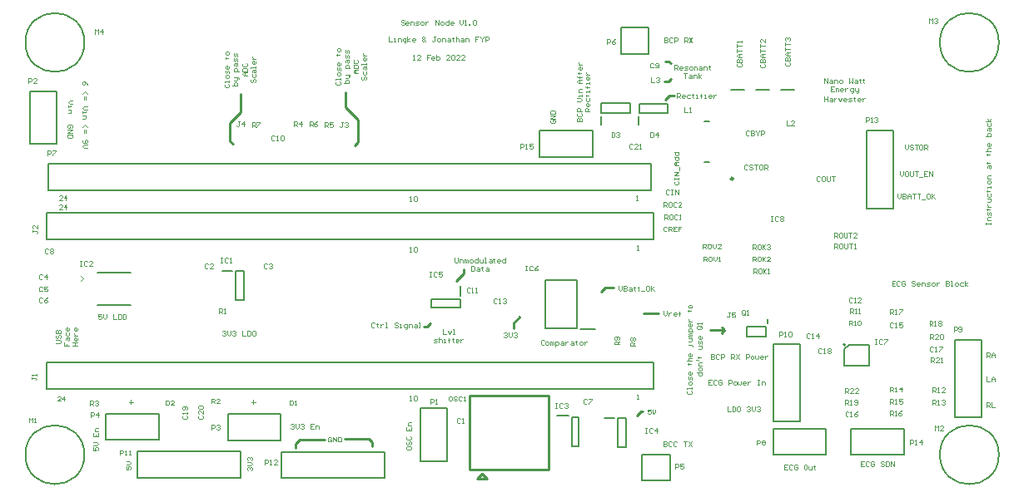
<source format=gto>
G04*
G04 #@! TF.GenerationSoftware,Altium Limited,Altium Designer,21.6.4 (81)*
G04*
G04 Layer_Color=65535*
%FSLAX44Y44*%
%MOMM*%
G71*
G04*
G04 #@! TF.SameCoordinates,7EEBCD2D-C3DC-42FC-9086-E37A22DFF102*
G04*
G04*
G04 #@! TF.FilePolarity,Positive*
G04*
G01*
G75*
%ADD10C,0.2000*%
%ADD11C,0.2500*%
%ADD12C,0.1524*%
%ADD13C,0.1000*%
D10*
X990000Y30000D02*
G03*
X990000Y30000I-30000J0D01*
G01*
Y450000D02*
G03*
X990000Y450000I-30000J0D01*
G01*
X60000D02*
G03*
X60000Y450000I-30000J0D01*
G01*
X833960Y142133D02*
G03*
X833960Y142133I-1000J0D01*
G01*
X60000Y30000D02*
G03*
X60000Y30000I-30000J0D01*
G01*
X576900Y333643D02*
Y360542D01*
X523100D02*
X576900D01*
X523100Y333643D02*
Y360542D01*
Y333643D02*
X576900D01*
X602750Y67000D02*
X611250D01*
Y38000D02*
Y67000D01*
X602750Y38000D02*
X611250D01*
X602750D02*
Y67000D01*
X588750Y67500D02*
X599250D01*
X633950Y438550D02*
Y465450D01*
X605550D02*
X633950D01*
X605550Y438550D02*
Y465450D01*
Y438550D02*
X633950D01*
X893650Y29800D02*
Y56700D01*
X839850D02*
X893650D01*
X839850Y29800D02*
Y56700D01*
Y29800D02*
X893650D01*
X882700Y281150D02*
Y360350D01*
X855800Y281150D02*
X882700D01*
X855800D02*
Y360350D01*
X882700D01*
X627050Y3550D02*
X655450D01*
X627050D02*
Y30450D01*
X655450D01*
Y3550D02*
Y30450D01*
X814150Y29707D02*
Y56607D01*
X760350D02*
X814150D01*
X760350Y29707D02*
Y56607D01*
Y29707D02*
X814150D01*
X753250Y150250D02*
Y160250D01*
X733250Y150250D02*
X753250D01*
X733250D02*
Y160250D01*
X753250D01*
X754500Y163750D02*
Y168450D01*
X260450Y6050D02*
Y32950D01*
Y6050D02*
X365050D01*
Y32950D01*
X260450D02*
X365050D01*
X218600Y6800D02*
Y33700D01*
X114000D02*
X218600D01*
X114000Y6800D02*
Y33700D01*
Y6800D02*
X218600D01*
X717500Y401750D02*
X731500D01*
X768000D02*
X782000D01*
X742757D02*
X756758D01*
X585865Y378500D02*
Y388000D01*
X615065D01*
Y378500D02*
Y388000D01*
X585865Y378500D02*
X615065D01*
X585465Y366500D02*
Y375000D01*
X624308Y378250D02*
Y387750D01*
X653508D01*
Y378250D02*
Y387750D01*
X624308Y378250D02*
X653508D01*
X623908Y366250D02*
Y374750D01*
X760550Y63650D02*
Y142850D01*
X787450D01*
Y63650D02*
Y142850D01*
X760550Y63650D02*
X787450D01*
X837500Y142133D02*
X858040D01*
Y121052D02*
Y142133D01*
X832960Y121052D02*
X858040D01*
X832960D02*
Y137592D01*
X837500Y142133D01*
X638550Y97250D02*
Y124250D01*
X21450D02*
X638550D01*
X21450Y97250D02*
Y124250D01*
Y97250D02*
X638550D01*
X401550Y77400D02*
X428450D01*
X401550Y23600D02*
Y77400D01*
Y23600D02*
X428450D01*
Y77400D01*
X259900Y44357D02*
Y71257D01*
X206100D02*
X259900D01*
X206100Y44357D02*
Y71257D01*
Y44357D02*
X259900D01*
X135650Y45057D02*
Y71957D01*
X81850D02*
X135650D01*
X81850Y45057D02*
Y71957D01*
Y45057D02*
X135650D01*
X638550Y249650D02*
Y276650D01*
X21450D02*
X638550D01*
X21450Y249650D02*
Y276650D01*
Y249650D02*
X638550D01*
X4550Y400400D02*
X31450D01*
X4550Y346600D02*
Y400400D01*
Y346600D02*
X31450D01*
Y400400D01*
X214000Y217000D02*
X222500D01*
Y188000D02*
Y217000D01*
X214000Y188000D02*
X222500D01*
X214000D02*
Y217000D01*
X200000Y217500D02*
X210500D01*
X540750Y69500D02*
X552750D01*
X556250Y39000D02*
Y68000D01*
Y39000D02*
X562250D01*
Y68000D01*
X556250D02*
X562250D01*
X23700Y299700D02*
Y326600D01*
Y299700D02*
X636300D01*
Y326600D01*
X23700D02*
X636300D01*
X442000Y179750D02*
Y188250D01*
X413000Y179750D02*
X442000D01*
X413000D02*
Y188250D01*
X442000D01*
X442500Y191750D02*
Y202250D01*
X690250Y369500D02*
X695250D01*
X690250Y328500D02*
X695250D01*
X529000Y159240D02*
X561000D01*
X529000D02*
Y208260D01*
X561000D01*
Y159240D02*
Y208260D01*
X564500Y157950D02*
X579750D01*
X945300Y68000D02*
Y147200D01*
X972200D01*
Y68000D02*
Y147200D01*
X945300Y68000D02*
X972200D01*
D11*
X719750Y311250D02*
G03*
X719750Y311250I-1250J0D01*
G01*
X334750Y345250D02*
X338250Y348750D01*
Y371250D01*
X325500Y384000D02*
X338250Y371250D01*
X325500Y384000D02*
Y399250D01*
X208250Y349250D02*
X211000Y346500D01*
X208250Y349250D02*
Y368250D01*
X218750Y378750D01*
Y398000D01*
X708125Y154125D02*
X710750Y156750D01*
X708000Y159500D02*
X710750Y156750D01*
X696750D02*
X710750D01*
X650500Y391500D02*
X655250Y396250D01*
X660000D01*
X654000Y410250D02*
X656500Y412750D01*
X649750Y410250D02*
X654000D01*
X654250Y431000D02*
X656500Y428750D01*
X650500Y431000D02*
X654250D01*
X622250Y69750D02*
X626500Y74000D01*
X627750D01*
X408750Y160500D02*
X412000Y163750D01*
X405250Y160500D02*
X408750D01*
X438250Y207250D02*
X445500Y214500D01*
Y219000D01*
X628250Y174250D02*
X643500D01*
X585750Y196000D02*
X589750Y200000D01*
X598250D01*
X496250Y164250D02*
X502750Y170750D01*
X496250Y158500D02*
Y164250D01*
X352500Y38250D02*
Y42750D01*
X349250Y46000D02*
X352500Y42750D01*
X324500Y46000D02*
X349250D01*
X278750Y45750D02*
X304000D01*
X274500Y41500D02*
X278750Y45750D01*
X274500Y37250D02*
Y41500D01*
X459625Y5500D02*
X469625D01*
X464625Y10500D02*
X469625Y5500D01*
X459625D02*
X464625Y10500D01*
X451750Y90000D02*
X531750D01*
Y15000D02*
Y90000D01*
X451750Y15000D02*
X531750D01*
X451750D02*
X451750Y90000D01*
D12*
X73486Y182236D02*
X107014D01*
X73486Y215764D02*
X107014D01*
D13*
X68752Y37420D02*
Y34087D01*
X71251D01*
X70418Y35753D01*
Y36586D01*
X71251Y37420D01*
X72917D01*
X73750Y36586D01*
Y34920D01*
X72917Y34087D01*
X68752Y39086D02*
X72084D01*
X73750Y40752D01*
X72084Y42418D01*
X68752D01*
Y52415D02*
Y49082D01*
X73750D01*
Y52415D01*
X71251Y49082D02*
Y50748D01*
X73750Y54081D02*
X70418D01*
Y56580D01*
X71251Y57413D01*
X73750D01*
X853171Y23248D02*
X849839D01*
Y18250D01*
X853171D01*
X849839Y20749D02*
X851505D01*
X858169Y22415D02*
X857336Y23248D01*
X855670D01*
X854837Y22415D01*
Y19083D01*
X855670Y18250D01*
X857336D01*
X858169Y19083D01*
X863168Y22415D02*
X862335Y23248D01*
X860669D01*
X859836Y22415D01*
Y19083D01*
X860669Y18250D01*
X862335D01*
X863168Y19083D01*
Y20749D01*
X861502D01*
X873165Y22415D02*
X872331Y23248D01*
X870665D01*
X869832Y22415D01*
Y21582D01*
X870665Y20749D01*
X872331D01*
X873165Y19916D01*
Y19083D01*
X872331Y18250D01*
X870665D01*
X869832Y19083D01*
X874831Y23248D02*
Y18250D01*
X877330D01*
X878163Y19083D01*
Y22415D01*
X877330Y23248D01*
X874831D01*
X879829Y18250D02*
Y23248D01*
X883161Y18250D01*
Y23248D01*
X527506Y146081D02*
X526674Y146915D01*
X525007D01*
X524174Y146081D01*
Y142749D01*
X525007Y141916D01*
X526674D01*
X527506Y142749D01*
X530006Y141916D02*
X531672D01*
X532505Y142749D01*
Y144415D01*
X531672Y145248D01*
X530006D01*
X529173Y144415D01*
Y142749D01*
X530006Y141916D01*
X534171D02*
Y145248D01*
X535004D01*
X535837Y144415D01*
Y141916D01*
Y144415D01*
X536670Y145248D01*
X537503Y144415D01*
Y141916D01*
X539169Y140250D02*
Y145248D01*
X541669D01*
X542502Y144415D01*
Y142749D01*
X541669Y141916D01*
X539169D01*
X545001Y145248D02*
X546667D01*
X547500Y144415D01*
Y141916D01*
X545001D01*
X544168Y142749D01*
X545001Y143582D01*
X547500D01*
X549166Y145248D02*
Y141916D01*
Y143582D01*
X549999Y144415D01*
X550832Y145248D01*
X551665D01*
X554997D02*
X556664D01*
X557497Y144415D01*
Y141916D01*
X554997D01*
X554165Y142749D01*
X554997Y143582D01*
X557497D01*
X559996Y146081D02*
Y145248D01*
X559163D01*
X560829D01*
X559996D01*
Y142749D01*
X560829Y141916D01*
X564161D02*
X565827D01*
X566660Y142749D01*
Y144415D01*
X565827Y145248D01*
X564161D01*
X563328Y144415D01*
Y142749D01*
X564161Y141916D01*
X568326Y145248D02*
Y141916D01*
Y143582D01*
X569160Y144415D01*
X569993Y145248D01*
X570826D01*
X977835Y129500D02*
Y134498D01*
X980334D01*
X981167Y133665D01*
Y131999D01*
X980334Y131166D01*
X977835D01*
X979501D02*
X981167Y129500D01*
X982833D02*
Y132832D01*
X984499Y134498D01*
X986165Y132832D01*
Y129500D01*
Y131999D01*
X982833D01*
X649088Y43998D02*
Y39000D01*
X651587D01*
X652420Y39833D01*
Y40666D01*
X651587Y41499D01*
X649088D01*
X651587D01*
X652420Y42332D01*
Y43165D01*
X651587Y43998D01*
X649088D01*
X657419Y43165D02*
X656585Y43998D01*
X654919D01*
X654086Y43165D01*
Y39833D01*
X654919Y39000D01*
X656585D01*
X657419Y39833D01*
X662417Y43165D02*
X661584Y43998D01*
X659918D01*
X659085Y43165D01*
Y39833D01*
X659918Y39000D01*
X661584D01*
X662417Y39833D01*
X669081Y43998D02*
X672414D01*
X670748D01*
Y39000D01*
X674080Y43998D02*
X677412Y39000D01*
Y43998D02*
X674080Y39000D01*
X977835Y109498D02*
Y104500D01*
X981167D01*
X982833D02*
Y107832D01*
X984499Y109498D01*
X986165Y107832D01*
Y104500D01*
Y106999D01*
X982833D01*
X486586Y153915D02*
X487419Y154748D01*
X489085D01*
X489918Y153915D01*
Y153082D01*
X489085Y152249D01*
X488252D01*
X489085D01*
X489918Y151416D01*
Y150583D01*
X489085Y149750D01*
X487419D01*
X486586Y150583D01*
X491584Y154748D02*
Y151416D01*
X493250Y149750D01*
X494916Y151416D01*
Y154748D01*
X496582Y153915D02*
X497415Y154748D01*
X499081D01*
X499915Y153915D01*
Y153082D01*
X499081Y152249D01*
X498248D01*
X499081D01*
X499915Y151416D01*
Y150583D01*
X499081Y149750D01*
X497415D01*
X496582Y150583D01*
X884762Y207248D02*
X881429D01*
Y202250D01*
X884762D01*
X881429Y204749D02*
X883095D01*
X889760Y206415D02*
X888927Y207248D01*
X887261D01*
X886428Y206415D01*
Y203083D01*
X887261Y202250D01*
X888927D01*
X889760Y203083D01*
X894758Y206415D02*
X893925Y207248D01*
X892259D01*
X891426Y206415D01*
Y203083D01*
X892259Y202250D01*
X893925D01*
X894758Y203083D01*
Y204749D01*
X893092D01*
X904755Y206415D02*
X903922Y207248D01*
X902256D01*
X901423Y206415D01*
Y205582D01*
X902256Y204749D01*
X903922D01*
X904755Y203916D01*
Y203083D01*
X903922Y202250D01*
X902256D01*
X901423Y203083D01*
X908920Y202250D02*
X907254D01*
X906421Y203083D01*
Y204749D01*
X907254Y205582D01*
X908920D01*
X909753Y204749D01*
Y203916D01*
X906421D01*
X911419Y202250D02*
Y205582D01*
X913919D01*
X914752Y204749D01*
Y202250D01*
X916418D02*
X918917D01*
X919750Y203083D01*
X918917Y203916D01*
X917251D01*
X916418Y204749D01*
X917251Y205582D01*
X919750D01*
X922249Y202250D02*
X923915D01*
X924748Y203083D01*
Y204749D01*
X923915Y205582D01*
X922249D01*
X921416Y204749D01*
Y203083D01*
X922249Y202250D01*
X926414Y205582D02*
Y202250D01*
Y203916D01*
X927247Y204749D01*
X928081Y205582D01*
X928914D01*
X936411Y207248D02*
Y202250D01*
X938910D01*
X939743Y203083D01*
Y203916D01*
X938910Y204749D01*
X936411D01*
X938910D01*
X939743Y205582D01*
Y206415D01*
X938910Y207248D01*
X936411D01*
X941410Y202250D02*
X943076D01*
X942243D01*
Y207248D01*
X941410D01*
X946408Y202250D02*
X948074D01*
X948907Y203083D01*
Y204749D01*
X948074Y205582D01*
X946408D01*
X945575Y204749D01*
Y203083D01*
X946408Y202250D01*
X953905Y205582D02*
X951406D01*
X950573Y204749D01*
Y203083D01*
X951406Y202250D01*
X953905D01*
X955572D02*
Y207248D01*
Y203916D02*
X958071Y205582D01*
X955572Y203916D02*
X958071Y202250D01*
X889339Y319081D02*
Y315749D01*
X891005Y314083D01*
X892671Y315749D01*
Y319081D01*
X896836D02*
X895170D01*
X894337Y318248D01*
Y314916D01*
X895170Y314083D01*
X896836D01*
X897669Y314916D01*
Y318248D01*
X896836Y319081D01*
X899335D02*
Y314916D01*
X900169Y314083D01*
X901835D01*
X902668Y314916D01*
Y319081D01*
X904334D02*
X907666D01*
X906000D01*
Y314083D01*
X909332Y313250D02*
X912664D01*
X917663Y319081D02*
X914331D01*
Y314083D01*
X917663D01*
X914331Y316582D02*
X915997D01*
X919329Y314083D02*
Y319081D01*
X922661Y314083D01*
Y319081D01*
X673187Y95430D02*
X672354Y94597D01*
Y92931D01*
X673187Y92098D01*
X676520D01*
X677353Y92931D01*
Y94597D01*
X676520Y95430D01*
X677353Y97097D02*
Y98763D01*
Y97930D01*
X672354D01*
Y97097D01*
X677353Y102095D02*
Y103761D01*
X676520Y104594D01*
X674854D01*
X674020Y103761D01*
Y102095D01*
X674854Y101262D01*
X676520D01*
X677353Y102095D01*
Y106260D02*
Y108759D01*
X676520Y109592D01*
X675687Y108759D01*
Y107093D01*
X674854Y106260D01*
X674020Y107093D01*
Y109592D01*
X677353Y113758D02*
Y112092D01*
X676520Y111259D01*
X674854D01*
X674020Y112092D01*
Y113758D01*
X674854Y114591D01*
X675687D01*
Y111259D01*
X673187Y122088D02*
X674020D01*
Y121255D01*
Y122921D01*
Y122088D01*
X676520D01*
X677353Y122921D01*
X672354Y125421D02*
X677353D01*
X674854D01*
X674020Y126254D01*
Y127920D01*
X674854Y128753D01*
X677353D01*
Y132918D02*
Y131252D01*
X676520Y130419D01*
X674854D01*
X674020Y131252D01*
Y132918D01*
X674854Y133751D01*
X675687D01*
Y130419D01*
X679019Y140416D02*
Y141249D01*
X678186Y142082D01*
X674020D01*
Y145414D02*
X676520D01*
X677353Y146247D01*
Y148746D01*
X674020D01*
X677353Y150412D02*
X674020D01*
Y151245D01*
X674854Y152079D01*
X677353D01*
X674854D01*
X674020Y152912D01*
X674854Y153745D01*
X677353D01*
X679019Y155411D02*
X674020D01*
Y157910D01*
X674854Y158743D01*
X676520D01*
X677353Y157910D01*
Y155411D01*
Y162908D02*
Y161242D01*
X676520Y160409D01*
X674854D01*
X674020Y161242D01*
Y162908D01*
X674854Y163741D01*
X675687D01*
Y160409D01*
X674020Y165408D02*
X677353D01*
X675687D01*
X674854Y166241D01*
X674020Y167074D01*
Y167907D01*
X673187Y176237D02*
X674020D01*
Y175404D01*
Y177070D01*
Y176237D01*
X676520D01*
X677353Y177070D01*
Y180403D02*
Y182069D01*
X676520Y182902D01*
X674854D01*
X674020Y182069D01*
Y180403D01*
X674854Y179570D01*
X676520D01*
X677353Y180403D01*
X683252Y113758D02*
X688250D01*
Y111259D01*
X687417Y110426D01*
X685751D01*
X684918Y111259D01*
Y113758D01*
X688250Y116257D02*
Y117923D01*
X687417Y118756D01*
X685751D01*
X684918Y117923D01*
Y116257D01*
X685751Y115424D01*
X687417D01*
X688250Y116257D01*
Y120422D02*
X684918D01*
Y122921D01*
X685751Y123755D01*
X688250D01*
X682419Y126254D02*
X684085D01*
X684918Y125421D01*
X684085Y129586D02*
X684918D01*
Y128753D01*
Y130419D01*
Y129586D01*
X687417D01*
X688250Y130419D01*
X684918Y137916D02*
X687417D01*
X688250Y138750D01*
Y141249D01*
X684918D01*
X688250Y142915D02*
Y145414D01*
X687417Y146247D01*
X686584Y145414D01*
Y143748D01*
X685751Y142915D01*
X684918Y143748D01*
Y146247D01*
X688250Y150412D02*
Y148746D01*
X687417Y147913D01*
X685751D01*
X684918Y148746D01*
Y150412D01*
X685751Y151245D01*
X686584D01*
Y147913D01*
X687417Y161242D02*
X684085D01*
X683252Y160409D01*
Y158743D01*
X684085Y157910D01*
X687417D01*
X688250Y158743D01*
Y160409D01*
X686584Y159576D02*
X688250Y161242D01*
Y160409D02*
X687417Y161242D01*
X688250Y162908D02*
Y164575D01*
Y163741D01*
X683252D01*
X684085Y162908D01*
X713839Y79248D02*
Y74250D01*
X717171D01*
X718837Y79248D02*
Y74250D01*
X721336D01*
X722169Y75083D01*
Y78415D01*
X721336Y79248D01*
X718837D01*
X726335D02*
X724669D01*
X723836Y78415D01*
Y75083D01*
X724669Y74250D01*
X726335D01*
X727168Y75083D01*
Y78415D01*
X726335Y79248D01*
X733832Y78415D02*
X734665Y79248D01*
X736331D01*
X737165Y78415D01*
Y77582D01*
X736331Y76749D01*
X735498D01*
X736331D01*
X737165Y75916D01*
Y75083D01*
X736331Y74250D01*
X734665D01*
X733832Y75083D01*
X738831Y79248D02*
Y75916D01*
X740497Y74250D01*
X742163Y75916D01*
Y79248D01*
X743829Y78415D02*
X744662Y79248D01*
X746328D01*
X747161Y78415D01*
Y77582D01*
X746328Y76749D01*
X745495D01*
X746328D01*
X747161Y75916D01*
Y75083D01*
X746328Y74250D01*
X744662D01*
X743829Y75083D01*
X535085Y370918D02*
X534252Y370085D01*
Y368419D01*
X535085Y367585D01*
X538417D01*
X539250Y368419D01*
Y370085D01*
X538417Y370918D01*
X536751D01*
Y369252D01*
X539250Y372584D02*
X534252D01*
X539250Y375916D01*
X534252D01*
Y377582D02*
X539250D01*
Y380081D01*
X538417Y380914D01*
X535085D01*
X534252Y380081D01*
Y377582D01*
X649838Y455248D02*
Y450250D01*
X652337D01*
X653170Y451083D01*
Y451916D01*
X652337Y452749D01*
X649838D01*
X652337D01*
X653170Y453582D01*
Y454415D01*
X652337Y455248D01*
X649838D01*
X658169Y454415D02*
X657336Y455248D01*
X655669D01*
X654836Y454415D01*
Y451083D01*
X655669Y450250D01*
X657336D01*
X658169Y451083D01*
X659835Y450250D02*
Y455248D01*
X662334D01*
X663167Y454415D01*
Y452749D01*
X662334Y451916D01*
X659835D01*
X669831Y450250D02*
Y455248D01*
X672331D01*
X673164Y454415D01*
Y452749D01*
X672331Y451916D01*
X669831D01*
X671497D02*
X673164Y450250D01*
X674830Y455248D02*
X678162Y450250D01*
Y455248D02*
X674830Y450250D01*
X698092Y106248D02*
X694759D01*
Y101250D01*
X698092D01*
X694759Y103749D02*
X696425D01*
X703090Y105415D02*
X702257Y106248D01*
X700591D01*
X699758Y105415D01*
Y102083D01*
X700591Y101250D01*
X702257D01*
X703090Y102083D01*
X708088Y105415D02*
X707255Y106248D01*
X705589D01*
X704756Y105415D01*
Y102083D01*
X705589Y101250D01*
X707255D01*
X708088Y102083D01*
Y103749D01*
X706422D01*
X714753Y101250D02*
Y106248D01*
X717252D01*
X718085Y105415D01*
Y103749D01*
X717252Y102916D01*
X714753D01*
X720584Y101250D02*
X722250D01*
X723083Y102083D01*
Y103749D01*
X722250Y104582D01*
X720584D01*
X719751Y103749D01*
Y102083D01*
X720584Y101250D01*
X724750Y104582D02*
Y102083D01*
X725583Y101250D01*
X726416Y102083D01*
X727249Y101250D01*
X728082Y102083D01*
Y104582D01*
X732247Y101250D02*
X730581D01*
X729748Y102083D01*
Y103749D01*
X730581Y104582D01*
X732247D01*
X733080Y103749D01*
Y102916D01*
X729748D01*
X734746Y104582D02*
Y101250D01*
Y102916D01*
X735579Y103749D01*
X736412Y104582D01*
X737245D01*
X744743Y106248D02*
X746409D01*
X745576D01*
Y101250D01*
X744743D01*
X746409D01*
X748908D02*
Y104582D01*
X751407D01*
X752241Y103749D01*
Y101250D01*
X270088Y60415D02*
X270921Y61248D01*
X272587D01*
X273420Y60415D01*
Y59582D01*
X272587Y58749D01*
X271754D01*
X272587D01*
X273420Y57916D01*
Y57083D01*
X272587Y56250D01*
X270921D01*
X270088Y57083D01*
X275086Y61248D02*
Y57916D01*
X276752Y56250D01*
X278419Y57916D01*
Y61248D01*
X280085Y60415D02*
X280918Y61248D01*
X282584D01*
X283417Y60415D01*
Y59582D01*
X282584Y58749D01*
X281751D01*
X282584D01*
X283417Y57916D01*
Y57083D01*
X282584Y56250D01*
X280918D01*
X280085Y57083D01*
X293414Y61248D02*
X290081D01*
Y56250D01*
X293414D01*
X290081Y58749D02*
X291747D01*
X295080Y56250D02*
Y59582D01*
X297579D01*
X298412Y58749D01*
Y56250D01*
X56000Y207000D02*
X58500Y209499D01*
X56000Y211998D01*
X203225Y407505D02*
X202391Y406672D01*
Y405006D01*
X203225Y404173D01*
X206557D01*
X207390Y405006D01*
Y406672D01*
X206557Y407505D01*
X207390Y409171D02*
Y410837D01*
Y410004D01*
X202391D01*
Y409171D01*
X207390Y414169D02*
Y415835D01*
X206557Y416669D01*
X204891D01*
X204058Y415835D01*
Y414169D01*
X204891Y413336D01*
X206557D01*
X207390Y414169D01*
Y418335D02*
Y420834D01*
X206557Y421667D01*
X205724Y420834D01*
Y419168D01*
X204891Y418335D01*
X204058Y419168D01*
Y421667D01*
X207390Y425832D02*
Y424166D01*
X206557Y423333D01*
X204891D01*
X204058Y424166D01*
Y425832D01*
X204891Y426665D01*
X205724D01*
Y423333D01*
X203225Y434163D02*
X204058D01*
Y433330D01*
Y434996D01*
Y434163D01*
X206557D01*
X207390Y434996D01*
Y438328D02*
Y439994D01*
X206557Y440827D01*
X204891D01*
X204058Y439994D01*
Y438328D01*
X204891Y437495D01*
X206557D01*
X207390Y438328D01*
X210790Y405839D02*
X215788D01*
Y408338D01*
X214955Y409171D01*
X214122D01*
X213289D01*
X212456Y408338D01*
Y405839D01*
Y410837D02*
X214955D01*
X215788Y411670D01*
Y414169D01*
X216621D01*
X217454Y413336D01*
Y412503D01*
X215788Y414169D02*
X212456D01*
X217454Y420834D02*
X212456D01*
Y423333D01*
X213289Y424166D01*
X214955D01*
X215788Y423333D01*
Y420834D01*
X212456Y426665D02*
Y428331D01*
X213289Y429165D01*
X215788D01*
Y426665D01*
X214955Y425832D01*
X214122Y426665D01*
Y429165D01*
X215788Y430831D02*
Y433330D01*
X214955Y434163D01*
X214122Y433330D01*
Y431664D01*
X213289Y430831D01*
X212456Y431664D01*
Y434163D01*
X215788Y435829D02*
Y438328D01*
X214955Y439161D01*
X214122Y438328D01*
Y436662D01*
X213289Y435829D01*
X212456Y436662D01*
Y439161D01*
X225852Y415835D02*
X222520D01*
X220854Y417502D01*
X222520Y419168D01*
X225852D01*
X223353D01*
Y415835D01*
X220854Y420834D02*
X225852D01*
Y423333D01*
X225019Y424166D01*
X221687D01*
X220854Y423333D01*
Y420834D01*
X221687Y429165D02*
X220854Y428331D01*
Y426665D01*
X221687Y425832D01*
X225019D01*
X225852Y426665D01*
Y428331D01*
X225019Y429165D01*
X230085Y412503D02*
X229252Y411670D01*
Y410004D01*
X230085Y409171D01*
X230918D01*
X231751Y410004D01*
Y411670D01*
X232584Y412503D01*
X233417D01*
X234250Y411670D01*
Y410004D01*
X233417Y409171D01*
X230918Y417502D02*
Y415002D01*
X231751Y414169D01*
X233417D01*
X234250Y415002D01*
Y417502D01*
X230918Y420001D02*
Y421667D01*
X231751Y422500D01*
X234250D01*
Y420001D01*
X233417Y419168D01*
X232584Y420001D01*
Y422500D01*
X234250Y424166D02*
Y425832D01*
Y424999D01*
X229252D01*
Y424166D01*
X234250Y430831D02*
Y429165D01*
X233417Y428331D01*
X231751D01*
X230918Y429165D01*
Y430831D01*
X231751Y431664D01*
X232584D01*
Y428331D01*
X230918Y433330D02*
X234250D01*
X232584D01*
X231751Y434163D01*
X230918Y434996D01*
Y435829D01*
X976502Y264518D02*
Y266184D01*
Y265351D01*
X981500D01*
Y264518D01*
Y266184D01*
Y268683D02*
X978168D01*
Y271182D01*
X979001Y272015D01*
X981500D01*
Y273681D02*
Y276180D01*
X980667Y277013D01*
X979834Y276180D01*
Y274514D01*
X979001Y273681D01*
X978168Y274514D01*
Y277013D01*
X977335Y279513D02*
X978168D01*
Y278680D01*
Y280346D01*
Y279513D01*
X980667D01*
X981500Y280346D01*
X978168Y282845D02*
X981500D01*
X979834D01*
X979001Y283678D01*
X978168Y284511D01*
Y285344D01*
Y287843D02*
X980667D01*
X981500Y288676D01*
Y291175D01*
X978168D01*
Y296174D02*
Y293675D01*
X979001Y292842D01*
X980667D01*
X981500Y293675D01*
Y296174D01*
X977335Y298673D02*
X978168D01*
Y297840D01*
Y299506D01*
Y298673D01*
X980667D01*
X981500Y299506D01*
Y302005D02*
Y303671D01*
Y302838D01*
X978168D01*
Y302005D01*
X981500Y307004D02*
Y308670D01*
X980667Y309503D01*
X979001D01*
X978168Y308670D01*
Y307004D01*
X979001Y306171D01*
X980667D01*
X981500Y307004D01*
Y311169D02*
X978168D01*
Y313668D01*
X979001Y314501D01*
X981500D01*
X978168Y321999D02*
Y323665D01*
X979001Y324498D01*
X981500D01*
Y321999D01*
X980667Y321166D01*
X979834Y321999D01*
Y324498D01*
X977335Y326997D02*
X978168D01*
Y326164D01*
Y327830D01*
Y326997D01*
X980667D01*
X981500Y327830D01*
X977335Y336161D02*
X978168D01*
Y335328D01*
Y336994D01*
Y336161D01*
X980667D01*
X981500Y336994D01*
X976502Y339493D02*
X981500D01*
X979001D01*
X978168Y340326D01*
Y341992D01*
X979001Y342825D01*
X981500D01*
Y346991D02*
Y345325D01*
X980667Y344492D01*
X979001D01*
X978168Y345325D01*
Y346991D01*
X979001Y347824D01*
X979834D01*
Y344492D01*
X976502Y354488D02*
X981500D01*
Y356987D01*
X980667Y357821D01*
X979834D01*
X979001D01*
X978168Y356987D01*
Y354488D01*
Y360320D02*
Y361986D01*
X979001Y362819D01*
X981500D01*
Y360320D01*
X980667Y359487D01*
X979834Y360320D01*
Y362819D01*
X978168Y367817D02*
Y365318D01*
X979001Y364485D01*
X980667D01*
X981500Y365318D01*
Y367817D01*
Y369483D02*
X976502D01*
X979834D02*
X978168Y371982D01*
X979834Y369483D02*
X981500Y371982D01*
X977835Y78250D02*
Y83248D01*
X980334D01*
X981167Y82415D01*
Y80749D01*
X980334Y79916D01*
X977835D01*
X979501D02*
X981167Y78250D01*
X982833Y83248D02*
Y78250D01*
X986165D01*
X697509Y132498D02*
Y127500D01*
X700009D01*
X700842Y128333D01*
Y129166D01*
X700009Y129999D01*
X697509D01*
X700009D01*
X700842Y130832D01*
Y131665D01*
X700009Y132498D01*
X697509D01*
X705840Y131665D02*
X705007Y132498D01*
X703341D01*
X702508Y131665D01*
Y128333D01*
X703341Y127500D01*
X705007D01*
X705840Y128333D01*
X707506Y127500D02*
Y132498D01*
X710005D01*
X710838Y131665D01*
Y129999D01*
X710005Y129166D01*
X707506D01*
X717503Y127500D02*
Y132498D01*
X720002D01*
X720835Y131665D01*
Y129999D01*
X720002Y129166D01*
X717503D01*
X719169D02*
X720835Y127500D01*
X722501Y132498D02*
X725834Y127500D01*
Y132498D02*
X722501Y127500D01*
X732498D02*
Y132498D01*
X734997D01*
X735830Y131665D01*
Y129999D01*
X734997Y129166D01*
X732498D01*
X738329Y127500D02*
X739995D01*
X740829Y128333D01*
Y129999D01*
X739995Y130832D01*
X738329D01*
X737496Y129999D01*
Y128333D01*
X738329Y127500D01*
X742495Y130832D02*
Y128333D01*
X743328Y127500D01*
X744161Y128333D01*
X744994Y127500D01*
X745827Y128333D01*
Y130832D01*
X749992Y127500D02*
X748326D01*
X747493Y128333D01*
Y129999D01*
X748326Y130832D01*
X749992D01*
X750825Y129999D01*
Y129166D01*
X747493D01*
X752491Y130832D02*
Y127500D01*
Y129166D01*
X753325Y129999D01*
X754157Y130832D01*
X754991D01*
X635917Y76248D02*
X632585D01*
Y73749D01*
X634251Y74582D01*
X635084D01*
X635917Y73749D01*
Y72083D01*
X635084Y71250D01*
X633418D01*
X632585Y72083D01*
X637583Y76248D02*
Y72916D01*
X639249Y71250D01*
X640915Y72916D01*
Y76248D01*
X48248Y390748D02*
X44916D01*
X43250Y389082D01*
X44916Y387416D01*
X48248D01*
X43250Y385750D02*
Y384084D01*
Y384916D01*
X46582D01*
Y385750D01*
X43250Y381584D02*
X46582D01*
Y379085D01*
X45749Y378252D01*
X43250D01*
X355507Y164081D02*
X354674Y164914D01*
X353008D01*
X352175Y164081D01*
Y160749D01*
X353008Y159916D01*
X354674D01*
X355507Y160749D01*
X358006Y164081D02*
Y163248D01*
X357173D01*
X358839D01*
X358006D01*
Y160749D01*
X358839Y159916D01*
X361338Y163248D02*
Y159916D01*
Y161582D01*
X362171Y162415D01*
X363004Y163248D01*
X363838D01*
X366337Y159916D02*
X368003D01*
X367170D01*
Y164914D01*
X366337D01*
X378833Y164081D02*
X378000Y164914D01*
X376334D01*
X375500Y164081D01*
Y163248D01*
X376334Y162415D01*
X378000D01*
X378833Y161582D01*
Y160749D01*
X378000Y159916D01*
X376334D01*
X375500Y160749D01*
X380499Y159916D02*
X382165D01*
X381332D01*
Y163248D01*
X380499D01*
X386330Y158250D02*
X387163D01*
X387996Y159083D01*
Y163248D01*
X385497D01*
X384664Y162415D01*
Y160749D01*
X385497Y159916D01*
X387996D01*
X389663D02*
Y163248D01*
X392162D01*
X392995Y162415D01*
Y159916D01*
X395494Y163248D02*
X397160D01*
X397993Y162415D01*
Y159916D01*
X395494D01*
X394661Y160749D01*
X395494Y161582D01*
X397993D01*
X399659Y159916D02*
X401325D01*
X400492D01*
Y164914D01*
X399659D01*
X424419Y158146D02*
Y153148D01*
X427751D01*
X429417Y156480D02*
X431083Y153148D01*
X432749Y156480D01*
X434415Y153148D02*
X436081D01*
X435248D01*
Y158146D01*
X434415D01*
X415255Y144750D02*
X417754D01*
X418587Y145583D01*
X417754Y146416D01*
X416088D01*
X415255Y147249D01*
X416088Y148082D01*
X418587D01*
X420253Y149748D02*
Y144750D01*
Y147249D01*
X421086Y148082D01*
X422752D01*
X423586Y147249D01*
Y144750D01*
X425252D02*
X426918D01*
X426085D01*
Y148082D01*
X425252D01*
X430250Y144750D02*
Y148915D01*
Y147249D01*
X429417D01*
X431083D01*
X430250D01*
Y148915D01*
X431083Y149748D01*
X434415Y148915D02*
Y148082D01*
X433582D01*
X435248D01*
X434415D01*
Y145583D01*
X435248Y144750D01*
X440247D02*
X438581D01*
X437748Y145583D01*
Y147249D01*
X438581Y148082D01*
X440247D01*
X441080Y147249D01*
Y146416D01*
X437748D01*
X442746Y148082D02*
Y144750D01*
Y146416D01*
X443579Y147249D01*
X444412Y148082D01*
X445245D01*
X812590Y408712D02*
Y413711D01*
X815922Y408712D01*
Y413711D01*
X818421Y412044D02*
X820088D01*
X820921Y411211D01*
Y408712D01*
X818421D01*
X817588Y409545D01*
X818421Y410378D01*
X820921D01*
X822587Y408712D02*
Y412044D01*
X825086D01*
X825919Y411211D01*
Y408712D01*
X828418D02*
X830084D01*
X830917Y409545D01*
Y411211D01*
X830084Y412044D01*
X828418D01*
X827585Y411211D01*
Y409545D01*
X828418Y408712D01*
X837582Y413711D02*
Y408712D01*
X839248Y410378D01*
X840914Y408712D01*
Y413711D01*
X843413Y412044D02*
X845079D01*
X845912Y411211D01*
Y408712D01*
X843413D01*
X842580Y409545D01*
X843413Y410378D01*
X845912D01*
X848412Y412878D02*
Y412044D01*
X847579D01*
X849245D01*
X848412D01*
Y409545D01*
X849245Y408712D01*
X852577Y412878D02*
Y412044D01*
X851744D01*
X853410D01*
X852577D01*
Y409545D01*
X853410Y408712D01*
X822170Y405312D02*
X818838D01*
Y400314D01*
X822170D01*
X818838Y402813D02*
X820504D01*
X823836Y400314D02*
Y403646D01*
X826336D01*
X827169Y402813D01*
Y400314D01*
X831334D02*
X829668D01*
X828835Y401147D01*
Y402813D01*
X829668Y403646D01*
X831334D01*
X832167Y402813D01*
Y401980D01*
X828835D01*
X833833Y403646D02*
Y400314D01*
Y401980D01*
X834666Y402813D01*
X835499Y403646D01*
X836332D01*
X840498Y398648D02*
X841331D01*
X842164Y399481D01*
Y403646D01*
X839665D01*
X838831Y402813D01*
Y401147D01*
X839665Y400314D01*
X842164D01*
X843830Y403646D02*
Y401147D01*
X844663Y400314D01*
X847162D01*
Y399481D01*
X846329Y398648D01*
X845496D01*
X847162Y400314D02*
Y403646D01*
X812173Y395248D02*
Y390250D01*
Y392749D01*
X815506D01*
Y395248D01*
Y390250D01*
X818005Y393582D02*
X819671D01*
X820504Y392749D01*
Y390250D01*
X818005D01*
X817172Y391083D01*
X818005Y391916D01*
X820504D01*
X822170Y393582D02*
Y390250D01*
Y391916D01*
X823003Y392749D01*
X823836Y393582D01*
X824669D01*
X827169D02*
X828835Y390250D01*
X830501Y393582D01*
X834666Y390250D02*
X833000D01*
X832167Y391083D01*
Y392749D01*
X833000Y393582D01*
X834666D01*
X835499Y392749D01*
Y391916D01*
X832167D01*
X837165Y390250D02*
X839665D01*
X840498Y391083D01*
X839665Y391916D01*
X837998D01*
X837165Y392749D01*
X837998Y393582D01*
X840498D01*
X842997Y394415D02*
Y393582D01*
X842164D01*
X843830D01*
X842997D01*
Y391083D01*
X843830Y390250D01*
X848828D02*
X847162D01*
X846329Y391083D01*
Y392749D01*
X847162Y393582D01*
X848828D01*
X849661Y392749D01*
Y391916D01*
X846329D01*
X851327Y393582D02*
Y390250D01*
Y391916D01*
X852160Y392749D01*
X852993Y393582D01*
X853827D01*
X102502Y18167D02*
Y14835D01*
X105001D01*
X104168Y16501D01*
Y17334D01*
X105001Y18167D01*
X106667D01*
X107500Y17334D01*
Y15668D01*
X106667Y14835D01*
X102502Y19833D02*
X105834D01*
X107500Y21499D01*
X105834Y23166D01*
X102502D01*
X226835Y14336D02*
X226002Y15169D01*
Y16835D01*
X226835Y17668D01*
X227668D01*
X228501Y16835D01*
Y16002D01*
Y16835D01*
X229334Y17668D01*
X230167D01*
X231000Y16835D01*
Y15169D01*
X230167Y14336D01*
X226002Y19334D02*
X229334D01*
X231000Y21000D01*
X229334Y22666D01*
X226002D01*
X226835Y24332D02*
X226002Y25165D01*
Y26832D01*
X226835Y27664D01*
X227668D01*
X228501Y26832D01*
Y25998D01*
Y26832D01*
X229334Y27664D01*
X230167D01*
X231000Y26832D01*
Y25165D01*
X230167Y24332D01*
X603173Y202331D02*
Y198999D01*
X604839Y197333D01*
X606505Y198999D01*
Y202331D01*
X608171D02*
Y197333D01*
X610670D01*
X611503Y198166D01*
Y198999D01*
X610670Y199832D01*
X608171D01*
X610670D01*
X611503Y200665D01*
Y201498D01*
X610670Y202331D01*
X608171D01*
X614002Y200665D02*
X615669D01*
X616502Y199832D01*
Y197333D01*
X614002D01*
X613169Y198166D01*
X614002Y198999D01*
X616502D01*
X619001Y201498D02*
Y200665D01*
X618168D01*
X619834D01*
X619001D01*
Y198166D01*
X619834Y197333D01*
X623166Y201498D02*
Y200665D01*
X622333D01*
X623999D01*
X623166D01*
Y198166D01*
X623999Y197333D01*
X626498Y196500D02*
X629831D01*
X633996Y202331D02*
X632330D01*
X631497Y201498D01*
Y198166D01*
X632330Y197333D01*
X633996D01*
X634829Y198166D01*
Y201498D01*
X633996Y202331D01*
X636495D02*
Y197333D01*
Y198999D01*
X639827Y202331D01*
X637328Y199832D01*
X639827Y197333D01*
X385261Y471674D02*
X384428Y472507D01*
X382762D01*
X381929Y471674D01*
Y470840D01*
X382762Y470007D01*
X384428D01*
X385261Y469174D01*
Y468341D01*
X384428Y467508D01*
X382762D01*
X381929Y468341D01*
X389427Y467508D02*
X387761D01*
X386928Y468341D01*
Y470007D01*
X387761Y470840D01*
X389427D01*
X390260Y470007D01*
Y469174D01*
X386928D01*
X391926Y467508D02*
Y470840D01*
X394425D01*
X395258Y470007D01*
Y467508D01*
X396924D02*
X399423D01*
X400257Y468341D01*
X399423Y469174D01*
X397757D01*
X396924Y470007D01*
X397757Y470840D01*
X400257D01*
X402756Y467508D02*
X404422D01*
X405255Y468341D01*
Y470007D01*
X404422Y470840D01*
X402756D01*
X401923Y470007D01*
Y468341D01*
X402756Y467508D01*
X406921Y470840D02*
Y467508D01*
Y469174D01*
X407754Y470007D01*
X408587Y470840D01*
X409420D01*
X416918Y467508D02*
Y472507D01*
X420250Y467508D01*
Y472507D01*
X422749Y467508D02*
X424415D01*
X425248Y468341D01*
Y470007D01*
X424415Y470840D01*
X422749D01*
X421916Y470007D01*
Y468341D01*
X422749Y467508D01*
X430247Y472507D02*
Y467508D01*
X427748D01*
X426914Y468341D01*
Y470007D01*
X427748Y470840D01*
X430247D01*
X434412Y467508D02*
X432746D01*
X431913Y468341D01*
Y470007D01*
X432746Y470840D01*
X434412D01*
X435245Y470007D01*
Y469174D01*
X431913D01*
X441910Y472507D02*
Y469174D01*
X443576Y467508D01*
X445242Y469174D01*
Y472507D01*
X446908Y467508D02*
X448574D01*
X447741D01*
Y472507D01*
X446908Y471674D01*
X451073Y467508D02*
Y468341D01*
X451906D01*
Y467508D01*
X451073D01*
X455239Y471674D02*
X456072Y472507D01*
X457738D01*
X458571Y471674D01*
Y468341D01*
X457738Y467508D01*
X456072D01*
X455239Y468341D01*
Y471674D01*
X369433Y455710D02*
Y450712D01*
X372766D01*
X374432D02*
X376098D01*
X375265D01*
Y454044D01*
X374432D01*
X378597Y450712D02*
Y454044D01*
X381096D01*
X381929Y453211D01*
Y450712D01*
X385261Y449046D02*
X386095D01*
X386928Y449879D01*
Y454044D01*
X384428D01*
X383595Y453211D01*
Y451545D01*
X384428Y450712D01*
X386928D01*
X388594D02*
Y455710D01*
Y452378D02*
X391093Y454044D01*
X388594Y452378D02*
X391093Y450712D01*
X396091D02*
X394425D01*
X393592Y451545D01*
Y453211D01*
X394425Y454044D01*
X396091D01*
X396924Y453211D01*
Y452378D01*
X393592D01*
X406921Y450712D02*
X406088Y451545D01*
X405255Y450712D01*
X404422D01*
X403589Y451545D01*
Y452378D01*
X404422Y453211D01*
X403589Y454044D01*
Y454878D01*
X404422Y455710D01*
X405255D01*
X406088Y454878D01*
Y454044D01*
X405255Y453211D01*
X406088Y452378D01*
Y451545D01*
X406921Y453211D02*
X406088Y452378D01*
X404422Y453211D02*
X405255D01*
X416918Y455710D02*
X415252D01*
X416085D01*
Y451545D01*
X415252Y450712D01*
X414419D01*
X413586Y451545D01*
X419417Y450712D02*
X421083D01*
X421916Y451545D01*
Y453211D01*
X421083Y454044D01*
X419417D01*
X418584Y453211D01*
Y451545D01*
X419417Y450712D01*
X423582D02*
Y454044D01*
X426081D01*
X426914Y453211D01*
Y450712D01*
X429414Y454044D02*
X431080D01*
X431913Y453211D01*
Y450712D01*
X429414D01*
X428581Y451545D01*
X429414Y452378D01*
X431913D01*
X434412Y454878D02*
Y454044D01*
X433579D01*
X435245D01*
X434412D01*
Y451545D01*
X435245Y450712D01*
X437744Y455710D02*
Y450712D01*
Y453211D01*
X438577Y454044D01*
X440243D01*
X441077Y453211D01*
Y450712D01*
X443576Y454044D02*
X445242D01*
X446075Y453211D01*
Y450712D01*
X443576D01*
X442743Y451545D01*
X443576Y452378D01*
X446075D01*
X447741Y450712D02*
Y454044D01*
X450240D01*
X451073Y453211D01*
Y450712D01*
X461070Y455710D02*
X457738D01*
Y453211D01*
X459404D01*
X457738D01*
Y450712D01*
X462736Y455710D02*
Y454878D01*
X464402Y453211D01*
X466068Y454878D01*
Y455710D01*
X464402Y453211D02*
Y450712D01*
X467734D02*
Y455710D01*
X470234D01*
X471067Y454878D01*
Y453211D01*
X470234Y452378D01*
X467734D01*
X394009Y432250D02*
X395675D01*
X394842D01*
Y437248D01*
X394009Y436415D01*
X401506Y432250D02*
X398174D01*
X401506Y435582D01*
Y436415D01*
X400673Y437248D01*
X399007D01*
X398174Y436415D01*
X411503Y437248D02*
X408171D01*
Y434749D01*
X409837D01*
X408171D01*
Y432250D01*
X415668D02*
X414002D01*
X413169Y433083D01*
Y434749D01*
X414002Y435582D01*
X415668D01*
X416501Y434749D01*
Y433916D01*
X413169D01*
X418167Y437248D02*
Y432250D01*
X420667D01*
X421500Y433083D01*
Y433916D01*
Y434749D01*
X420667Y435582D01*
X418167D01*
X431496Y432250D02*
X428164D01*
X431496Y435582D01*
Y436415D01*
X430663Y437248D01*
X428997D01*
X428164Y436415D01*
X433162D02*
X433996Y437248D01*
X435662D01*
X436495Y436415D01*
Y433083D01*
X435662Y432250D01*
X433996D01*
X433162Y433083D01*
Y436415D01*
X441493Y432250D02*
X438161D01*
X441493Y435582D01*
Y436415D01*
X440660Y437248D01*
X438994D01*
X438161Y436415D01*
X446491Y432250D02*
X443159D01*
X446491Y435582D01*
Y436415D01*
X445658Y437248D01*
X443992D01*
X443159Y436415D01*
X315975Y410505D02*
X315141Y409672D01*
Y408006D01*
X315975Y407173D01*
X319307D01*
X320140Y408006D01*
Y409672D01*
X319307Y410505D01*
X320140Y412171D02*
Y413837D01*
Y413004D01*
X315141D01*
Y412171D01*
X320140Y417169D02*
Y418835D01*
X319307Y419669D01*
X317641D01*
X316807Y418835D01*
Y417169D01*
X317641Y416336D01*
X319307D01*
X320140Y417169D01*
Y421335D02*
Y423834D01*
X319307Y424667D01*
X318474Y423834D01*
Y422168D01*
X317641Y421335D01*
X316807Y422168D01*
Y424667D01*
X320140Y428832D02*
Y427166D01*
X319307Y426333D01*
X317641D01*
X316807Y427166D01*
Y428832D01*
X317641Y429665D01*
X318474D01*
Y426333D01*
X315975Y437163D02*
X316807D01*
Y436330D01*
Y437996D01*
Y437163D01*
X319307D01*
X320140Y437996D01*
Y441328D02*
Y442994D01*
X319307Y443827D01*
X317641D01*
X316807Y442994D01*
Y441328D01*
X317641Y440495D01*
X319307D01*
X320140Y441328D01*
X323540Y408839D02*
X328538D01*
Y411338D01*
X327705Y412171D01*
X326872D01*
X326039D01*
X325206Y411338D01*
Y408839D01*
Y413837D02*
X327705D01*
X328538Y414670D01*
Y417169D01*
X329371D01*
X330204Y416336D01*
Y415503D01*
X328538Y417169D02*
X325206D01*
X330204Y423834D02*
X325206D01*
Y426333D01*
X326039Y427166D01*
X327705D01*
X328538Y426333D01*
Y423834D01*
X325206Y429665D02*
Y431331D01*
X326039Y432164D01*
X328538D01*
Y429665D01*
X327705Y428832D01*
X326872Y429665D01*
Y432164D01*
X328538Y433831D02*
Y436330D01*
X327705Y437163D01*
X326872Y436330D01*
Y434664D01*
X326039Y433831D01*
X325206Y434664D01*
Y437163D01*
X328538Y438829D02*
Y441328D01*
X327705Y442161D01*
X326872Y441328D01*
Y439662D01*
X326039Y438829D01*
X325206Y439662D01*
Y442161D01*
X338602Y418835D02*
X335270D01*
X333604Y420502D01*
X335270Y422168D01*
X338602D01*
X336103D01*
Y418835D01*
X333604Y423834D02*
X338602D01*
Y426333D01*
X337769Y427166D01*
X334437D01*
X333604Y426333D01*
Y423834D01*
X334437Y432164D02*
X333604Y431331D01*
Y429665D01*
X334437Y428832D01*
X337769D01*
X338602Y429665D01*
Y431331D01*
X337769Y432164D01*
X342835Y415503D02*
X342002Y414670D01*
Y413004D01*
X342835Y412171D01*
X343668D01*
X344501Y413004D01*
Y414670D01*
X345334Y415503D01*
X346167D01*
X347000Y414670D01*
Y413004D01*
X346167Y412171D01*
X343668Y420502D02*
Y418003D01*
X344501Y417169D01*
X346167D01*
X347000Y418003D01*
Y420502D01*
X343668Y423001D02*
Y424667D01*
X344501Y425500D01*
X347000D01*
Y423001D01*
X346167Y422168D01*
X345334Y423001D01*
Y425500D01*
X347000Y427166D02*
Y428832D01*
Y427999D01*
X342002D01*
Y427166D01*
X347000Y433831D02*
Y432164D01*
X346167Y431331D01*
X344501D01*
X343668Y432164D01*
Y433831D01*
X344501Y434664D01*
X345334D01*
Y431331D01*
X343668Y436330D02*
X347000D01*
X345334D01*
X344501Y437163D01*
X343668Y437996D01*
Y438829D01*
X436675Y230396D02*
Y226231D01*
X437508Y225398D01*
X439174D01*
X440007Y226231D01*
Y230396D01*
X441674Y225398D02*
Y228730D01*
X444173D01*
X445006Y227897D01*
Y225398D01*
X446672D02*
Y228730D01*
X447505D01*
X448338Y227897D01*
Y225398D01*
Y227897D01*
X449171Y228730D01*
X450004Y227897D01*
Y225398D01*
X452503D02*
X454169D01*
X455002Y226231D01*
Y227897D01*
X454169Y228730D01*
X452503D01*
X451670Y227897D01*
Y226231D01*
X452503Y225398D01*
X460001Y230396D02*
Y225398D01*
X457502D01*
X456669Y226231D01*
Y227897D01*
X457502Y228730D01*
X460001D01*
X461667D02*
Y226231D01*
X462500Y225398D01*
X464999D01*
Y228730D01*
X466665Y225398D02*
X468331D01*
X467498D01*
Y230396D01*
X466665D01*
X471664Y228730D02*
X473330D01*
X474163Y227897D01*
Y225398D01*
X471664D01*
X470831Y226231D01*
X471664Y227064D01*
X474163D01*
X476662Y229563D02*
Y228730D01*
X475829D01*
X477495D01*
X476662D01*
Y226231D01*
X477495Y225398D01*
X482494D02*
X480827D01*
X479994Y226231D01*
Y227897D01*
X480827Y228730D01*
X482494D01*
X483326Y227897D01*
Y227064D01*
X479994D01*
X488325Y230396D02*
Y225398D01*
X485826D01*
X484993Y226231D01*
Y227897D01*
X485826Y228730D01*
X488325D01*
X453753Y221998D02*
Y217000D01*
X456252D01*
X457085Y217833D01*
Y221165D01*
X456252Y221998D01*
X453753D01*
X459584Y220332D02*
X461250D01*
X462084Y219499D01*
Y217000D01*
X459584D01*
X458751Y217833D01*
X459584Y218666D01*
X462084D01*
X464583Y221165D02*
Y220332D01*
X463750D01*
X465416D01*
X464583D01*
Y217833D01*
X465416Y217000D01*
X468748Y220332D02*
X470414D01*
X471247Y219499D01*
Y217000D01*
X468748D01*
X467915Y217833D01*
X468748Y218666D01*
X471247D01*
X46665Y363082D02*
X47498Y363915D01*
Y365581D01*
X46665Y366414D01*
X43333D01*
X42500Y365581D01*
Y363915D01*
X43333Y363082D01*
X44999D01*
Y364748D01*
X42500Y361416D02*
X47498D01*
X42500Y358084D01*
X47498D01*
Y356418D02*
X42500D01*
Y353919D01*
X43333Y353086D01*
X46665D01*
X47498Y353919D01*
Y356418D01*
X648919Y176498D02*
Y173166D01*
X650585Y171500D01*
X652252Y173166D01*
Y176498D01*
X653918Y174832D02*
Y171500D01*
Y173166D01*
X654751Y173999D01*
X655584Y174832D01*
X656417D01*
X661415Y171500D02*
X659749D01*
X658916Y172333D01*
Y173999D01*
X659749Y174832D01*
X661415D01*
X662248Y173999D01*
Y173166D01*
X658916D01*
X664748Y171500D02*
Y175665D01*
Y173999D01*
X663914D01*
X665581D01*
X664748D01*
Y175665D01*
X665581Y176498D01*
X387252Y37587D02*
Y35921D01*
X388085Y35088D01*
X391417D01*
X392250Y35921D01*
Y37587D01*
X391417Y38420D01*
X388085D01*
X387252Y37587D01*
X388085Y43419D02*
X387252Y42586D01*
Y40919D01*
X388085Y40086D01*
X388918D01*
X389751Y40919D01*
Y42586D01*
X390584Y43419D01*
X391417D01*
X392250Y42586D01*
Y40919D01*
X391417Y40086D01*
X388085Y48417D02*
X387252Y47584D01*
Y45918D01*
X388085Y45085D01*
X391417D01*
X392250Y45918D01*
Y47584D01*
X391417Y48417D01*
X387252Y58414D02*
Y55082D01*
X392250D01*
Y58414D01*
X389751Y55082D02*
Y56748D01*
X392250Y60080D02*
X388918D01*
Y62579D01*
X389751Y63412D01*
X392250D01*
X894337Y346146D02*
Y342814D01*
X896003Y341148D01*
X897669Y342814D01*
Y346146D01*
X902668Y345313D02*
X901835Y346146D01*
X900169D01*
X899335Y345313D01*
Y344480D01*
X900169Y343647D01*
X901835D01*
X902668Y342814D01*
Y341981D01*
X901835Y341148D01*
X900169D01*
X899335Y341981D01*
X904334Y346146D02*
X907666D01*
X906000D01*
Y341148D01*
X911831Y346146D02*
X910165D01*
X909332Y345313D01*
Y341981D01*
X910165Y341148D01*
X911831D01*
X912664Y341981D01*
Y345313D01*
X911831Y346146D01*
X914331Y341148D02*
Y346146D01*
X916830D01*
X917663Y345313D01*
Y343647D01*
X916830Y342814D01*
X914331D01*
X915997D02*
X917663Y341148D01*
X310918Y47415D02*
X310085Y48248D01*
X308419D01*
X307586Y47415D01*
Y44083D01*
X308419Y43250D01*
X310085D01*
X310918Y44083D01*
Y45749D01*
X309252D01*
X312584Y43250D02*
Y48248D01*
X315916Y43250D01*
Y48248D01*
X317582D02*
Y43250D01*
X320081D01*
X320914Y44083D01*
Y47415D01*
X320081Y48248D01*
X317582D01*
X31206Y143586D02*
X35371D01*
X36204Y144419D01*
Y146085D01*
X35371Y146918D01*
X31206D01*
X32039Y151916D02*
X31206Y151083D01*
Y149417D01*
X32039Y148584D01*
X32872D01*
X33705Y149417D01*
Y151083D01*
X34538Y151916D01*
X35371D01*
X36204Y151083D01*
Y149417D01*
X35371Y148584D01*
X31206Y153582D02*
X36204D01*
Y156081D01*
X35371Y156915D01*
X34538D01*
X33705Y156081D01*
Y153582D01*
Y156081D01*
X32872Y156915D01*
X32039D01*
X31206Y156081D01*
Y153582D01*
X39604Y144419D02*
Y141086D01*
X42103D01*
Y142753D01*
Y141086D01*
X44602D01*
X41270Y146918D02*
Y148584D01*
X42103Y149417D01*
X44602D01*
Y146918D01*
X43769Y146085D01*
X42936Y146918D01*
Y149417D01*
X41270Y154415D02*
Y151916D01*
X42103Y151083D01*
X43769D01*
X44602Y151916D01*
Y154415D01*
Y158581D02*
Y156915D01*
X43769Y156081D01*
X42103D01*
X41270Y156915D01*
Y158581D01*
X42103Y159414D01*
X42936D01*
Y156081D01*
X48002Y141086D02*
X53000D01*
X50501D01*
Y144419D01*
X48002D01*
X53000D01*
Y148584D02*
Y146918D01*
X52167Y146085D01*
X50501D01*
X49668Y146918D01*
Y148584D01*
X50501Y149417D01*
X51334D01*
Y146085D01*
X49668Y151083D02*
X53000D01*
X51334D01*
X50501Y151916D01*
X49668Y152749D01*
Y153582D01*
X53000Y158581D02*
Y156915D01*
X52167Y156081D01*
X50501D01*
X49668Y156915D01*
Y158581D01*
X50501Y159414D01*
X51334D01*
Y156081D01*
X662923Y393250D02*
Y398248D01*
X665422D01*
X666255Y397415D01*
Y395749D01*
X665422Y394916D01*
X662923D01*
X664589D02*
X666255Y393250D01*
X670421D02*
X668755D01*
X667921Y394083D01*
Y395749D01*
X668755Y396582D01*
X670421D01*
X671254Y395749D01*
Y394916D01*
X667921D01*
X676252Y396582D02*
X673753D01*
X672920Y395749D01*
Y394083D01*
X673753Y393250D01*
X676252D01*
X678751Y397415D02*
Y396582D01*
X677918D01*
X679584D01*
X678751D01*
Y394083D01*
X679584Y393250D01*
X682084D02*
X683750D01*
X682916D01*
Y396582D01*
X682084D01*
X687082Y393250D02*
Y397415D01*
Y395749D01*
X686249D01*
X687915D01*
X687082D01*
Y397415D01*
X687915Y398248D01*
X690414Y393250D02*
X692080D01*
X691247D01*
Y396582D01*
X690414D01*
X697079Y393250D02*
X695413D01*
X694579Y394083D01*
Y395749D01*
X695413Y396582D01*
X697079D01*
X697912Y395749D01*
Y394916D01*
X694579D01*
X699578Y396582D02*
Y393250D01*
Y394916D01*
X700411Y395749D01*
X701244Y396582D01*
X702077D01*
X200589Y155665D02*
X201422Y156498D01*
X203088D01*
X203921Y155665D01*
Y154832D01*
X203088Y153999D01*
X202255D01*
X203088D01*
X203921Y153166D01*
Y152333D01*
X203088Y151500D01*
X201422D01*
X200589Y152333D01*
X205587Y156498D02*
Y153166D01*
X207253Y151500D01*
X208919Y153166D01*
Y156498D01*
X210585Y155665D02*
X211419Y156498D01*
X213085D01*
X213918Y155665D01*
Y154832D01*
X213085Y153999D01*
X212252D01*
X213085D01*
X213918Y153166D01*
Y152333D01*
X213085Y151500D01*
X211419D01*
X210585Y152333D01*
X220582Y156498D02*
Y151500D01*
X223915D01*
X225581Y156498D02*
Y151500D01*
X228080D01*
X228913Y152333D01*
Y155665D01*
X228080Y156498D01*
X225581D01*
X233078D02*
X231412D01*
X230579Y155665D01*
Y152333D01*
X231412Y151500D01*
X233078D01*
X233911Y152333D01*
Y155665D01*
X233078Y156498D01*
X886840Y295581D02*
Y292249D01*
X888506Y290583D01*
X890172Y292249D01*
Y295581D01*
X891838D02*
Y290583D01*
X894337D01*
X895170Y291416D01*
Y292249D01*
X894337Y293082D01*
X891838D01*
X894337D01*
X895170Y293915D01*
Y294748D01*
X894337Y295581D01*
X891838D01*
X896836Y290583D02*
Y293915D01*
X898502Y295581D01*
X900169Y293915D01*
Y290583D01*
Y293082D01*
X896836D01*
X901835Y295581D02*
X905167D01*
X903501D01*
Y290583D01*
X906833Y295581D02*
X910165D01*
X908499D01*
Y290583D01*
X911831Y289750D02*
X915164D01*
X919329Y295581D02*
X917663D01*
X916830Y294748D01*
Y291416D01*
X917663Y290583D01*
X919329D01*
X920162Y291416D01*
Y294748D01*
X919329Y295581D01*
X921828D02*
Y290583D01*
Y292249D01*
X925160Y295581D01*
X922661Y293082D01*
X925160Y290583D01*
X77420Y173248D02*
X74088D01*
Y170749D01*
X75754Y171582D01*
X76587D01*
X77420Y170749D01*
Y169083D01*
X76587Y168250D01*
X74921D01*
X74088Y169083D01*
X79086Y173248D02*
Y169916D01*
X80752Y168250D01*
X82419Y169916D01*
Y173248D01*
X89083D02*
Y168250D01*
X92415D01*
X94081Y173248D02*
Y168250D01*
X96581D01*
X97414Y169083D01*
Y172415D01*
X96581Y173248D01*
X94081D01*
X101579D02*
X99913D01*
X99080Y172415D01*
Y169083D01*
X99913Y168250D01*
X101579D01*
X102412Y169083D01*
Y172415D01*
X101579Y173248D01*
X63248Y406657D02*
X62415Y408323D01*
X60749Y409989D01*
X59083D01*
X58250Y409156D01*
Y407490D01*
X59083Y406657D01*
X59916D01*
X60749Y407490D01*
Y409989D01*
X58250Y397493D02*
X60749Y399992D01*
X63248Y397493D01*
X59916Y394994D02*
Y391662D01*
X61582Y394994D02*
Y391662D01*
X63248Y384997D02*
X59916D01*
X58250Y383331D01*
X59916Y381665D01*
X63248D01*
X58250Y379999D02*
Y378333D01*
Y379166D01*
X61582D01*
Y379999D01*
X58250Y375834D02*
X61582D01*
Y373334D01*
X60749Y372501D01*
X58250D01*
Y363338D02*
X60749Y365837D01*
X63248Y363338D01*
X59916Y360838D02*
Y357506D01*
X61582Y360838D02*
Y357506D01*
X59083Y350842D02*
X58250Y350009D01*
Y348343D01*
X59083Y347509D01*
X62415D01*
X63248Y348343D01*
Y350009D01*
X62415Y350842D01*
X61582D01*
X60749Y350009D01*
Y347509D01*
X63248Y345843D02*
X59916D01*
X58250Y344177D01*
X59916Y342511D01*
X63248D01*
X659923Y422148D02*
Y427146D01*
X662422D01*
X663255Y426313D01*
Y424647D01*
X662422Y423814D01*
X659923D01*
X661589D02*
X663255Y422148D01*
X667420D02*
X665754D01*
X664921Y422981D01*
Y424647D01*
X665754Y425480D01*
X667420D01*
X668253Y424647D01*
Y423814D01*
X664921D01*
X669919Y422148D02*
X672419D01*
X673252Y422981D01*
X672419Y423814D01*
X670752D01*
X669919Y424647D01*
X670752Y425480D01*
X673252D01*
X675751Y422148D02*
X677417D01*
X678250Y422981D01*
Y424647D01*
X677417Y425480D01*
X675751D01*
X674918Y424647D01*
Y422981D01*
X675751Y422148D01*
X679916D02*
Y425480D01*
X682415D01*
X683248Y424647D01*
Y422148D01*
X685748Y425480D02*
X687414D01*
X688247Y424647D01*
Y422148D01*
X685748D01*
X684914Y422981D01*
X685748Y423814D01*
X688247D01*
X689913Y422148D02*
Y425480D01*
X692412D01*
X693245Y424647D01*
Y422148D01*
X695744Y426313D02*
Y425480D01*
X694911D01*
X696577D01*
X695744D01*
Y422981D01*
X696577Y422148D01*
X669503Y418748D02*
X672835D01*
X671169D01*
Y413750D01*
X675334Y417082D02*
X677000D01*
X677833Y416249D01*
Y413750D01*
X675334D01*
X674501Y414583D01*
X675334Y415416D01*
X677833D01*
X679500Y413750D02*
Y417082D01*
X681999D01*
X682832Y416249D01*
Y413750D01*
X684498D02*
Y418748D01*
Y415416D02*
X686997Y417082D01*
X684498Y415416D02*
X686997Y413750D01*
X560604Y369760D02*
X565602D01*
Y372259D01*
X564769Y373092D01*
X563936D01*
X563103Y372259D01*
Y369760D01*
Y372259D01*
X562270Y373092D01*
X561437D01*
X560604Y372259D01*
Y369760D01*
X561437Y378090D02*
X560604Y377257D01*
Y375591D01*
X561437Y374758D01*
X564769D01*
X565602Y375591D01*
Y377257D01*
X564769Y378090D01*
X565602Y379757D02*
X560604D01*
Y382256D01*
X561437Y383089D01*
X563103D01*
X563936Y382256D01*
Y379757D01*
X560604Y389753D02*
X563936D01*
X565602Y391419D01*
X563936Y393086D01*
X560604D01*
X565602Y394752D02*
Y396418D01*
Y395585D01*
X562270D01*
Y394752D01*
X565602Y398917D02*
X562270D01*
Y401416D01*
X563103Y402249D01*
X565602D01*
Y408914D02*
X562270D01*
X560604Y410580D01*
X562270Y412246D01*
X565602D01*
X563103D01*
Y408914D01*
X565602Y414745D02*
X561437D01*
X563103D01*
Y413912D01*
Y415578D01*
Y414745D01*
X561437D01*
X560604Y415578D01*
X561437Y418910D02*
X562270D01*
Y418077D01*
Y419743D01*
Y418910D01*
X564769D01*
X565602Y419743D01*
Y424742D02*
Y423076D01*
X564769Y422243D01*
X563103D01*
X562270Y423076D01*
Y424742D01*
X563103Y425575D01*
X563936D01*
Y422243D01*
X562270Y427241D02*
X565602D01*
X563936D01*
X563103Y428074D01*
X562270Y428907D01*
Y429740D01*
X574000Y380173D02*
X569002D01*
Y382672D01*
X569835Y383505D01*
X571501D01*
X572334Y382672D01*
Y380173D01*
Y381839D02*
X574000Y383505D01*
Y387671D02*
Y386004D01*
X573167Y385171D01*
X571501D01*
X570668Y386004D01*
Y387671D01*
X571501Y388504D01*
X572334D01*
Y385171D01*
X570668Y393502D02*
Y391003D01*
X571501Y390170D01*
X573167D01*
X574000Y391003D01*
Y393502D01*
X569835Y396001D02*
X570668D01*
Y395168D01*
Y396834D01*
Y396001D01*
X573167D01*
X574000Y396834D01*
Y399333D02*
Y401000D01*
Y400167D01*
X570668D01*
Y399333D01*
X574000Y404332D02*
X569835D01*
X571501D01*
Y403499D01*
Y405165D01*
Y404332D01*
X569835D01*
X569002Y405165D01*
X574000Y407664D02*
Y409330D01*
Y408497D01*
X570668D01*
Y407664D01*
X574000Y414329D02*
Y412663D01*
X573167Y411829D01*
X571501D01*
X570668Y412663D01*
Y414329D01*
X571501Y415162D01*
X572334D01*
Y411829D01*
X570668Y416828D02*
X574000D01*
X572334D01*
X571501Y417661D01*
X570668Y418494D01*
Y419327D01*
X775004Y19998D02*
X771672D01*
Y15000D01*
X775004D01*
X771672Y17499D02*
X773338D01*
X780003Y19165D02*
X779169Y19998D01*
X777503D01*
X776670Y19165D01*
Y15833D01*
X777503Y15000D01*
X779169D01*
X780003Y15833D01*
X785001Y19165D02*
X784168Y19998D01*
X782502D01*
X781669Y19165D01*
Y15833D01*
X782502Y15000D01*
X784168D01*
X785001Y15833D01*
Y17499D01*
X783335D01*
X794165Y19998D02*
X792498D01*
X791665Y19165D01*
Y15833D01*
X792498Y15000D01*
X794165D01*
X794998Y15833D01*
Y19165D01*
X794165Y19998D01*
X796664Y18332D02*
Y15833D01*
X797497Y15000D01*
X799996D01*
Y18332D01*
X802495Y19165D02*
Y18332D01*
X801662D01*
X803328D01*
X802495D01*
Y15833D01*
X803328Y15000D01*
X391000Y85500D02*
X392666D01*
X391833D01*
Y90498D01*
X391000Y89665D01*
X395165D02*
X395998Y90498D01*
X397664D01*
X398498Y89665D01*
Y86333D01*
X397664Y85500D01*
X395998D01*
X395165Y86333D01*
Y89665D01*
X622000Y86500D02*
X623666D01*
X622833D01*
Y91498D01*
X622000Y90665D01*
X35582Y84750D02*
X32250D01*
X35582Y88082D01*
Y88915D01*
X34749Y89748D01*
X33083D01*
X32250Y88915D01*
X39748Y84750D02*
Y89748D01*
X37248Y87249D01*
X40581D01*
X233785Y83658D02*
X229500D01*
X231642Y85800D02*
Y81515D01*
X109577Y83658D02*
X105293D01*
X107435Y85800D02*
Y81515D01*
X390500Y237000D02*
X392166D01*
X391333D01*
Y241998D01*
X390500Y241165D01*
X394665D02*
X395498Y241998D01*
X397164D01*
X397998Y241165D01*
Y237833D01*
X397164Y237000D01*
X395498D01*
X394665Y237833D01*
Y241165D01*
X622000Y238750D02*
X623666D01*
X622833D01*
Y243748D01*
X622000Y242915D01*
X37332Y280250D02*
X34000D01*
X37332Y283582D01*
Y284415D01*
X36499Y285248D01*
X34833D01*
X34000Y284415D01*
X41498Y280250D02*
Y285248D01*
X38998Y282749D01*
X42331D01*
X37332Y289000D02*
X34000D01*
X37332Y292332D01*
Y293165D01*
X36499Y293998D01*
X34833D01*
X34000Y293165D01*
X41498Y289000D02*
Y293998D01*
X38998Y291499D01*
X42331D01*
X391000Y288750D02*
X392666D01*
X391833D01*
Y293748D01*
X391000Y292915D01*
X395165D02*
X395998Y293748D01*
X397664D01*
X398498Y292915D01*
Y289583D01*
X397664Y288750D01*
X395998D01*
X395165Y289583D01*
Y292915D01*
X621250Y289500D02*
X622916D01*
X622083D01*
Y294498D01*
X621250Y293665D01*
X503752Y341501D02*
Y346499D01*
X506251D01*
X507084Y345666D01*
Y344000D01*
X506251Y343167D01*
X503752D01*
X508750Y341501D02*
X510416D01*
X509584D01*
Y346499D01*
X508750Y345666D01*
X516248Y346499D02*
X512916D01*
Y344000D01*
X514582Y344833D01*
X515415D01*
X516248Y344000D01*
Y342334D01*
X515415Y341501D01*
X513749D01*
X512916Y342334D01*
X630502Y57249D02*
X632168D01*
X631335D01*
Y52251D01*
X630502D01*
X632168D01*
X638000Y56416D02*
X637166Y57249D01*
X635500D01*
X634667Y56416D01*
Y53084D01*
X635500Y52251D01*
X637166D01*
X638000Y53084D01*
X642165Y52251D02*
Y57249D01*
X639666Y54750D01*
X642998D01*
X899502Y40001D02*
Y44999D01*
X902001D01*
X902834Y44166D01*
Y42500D01*
X902001Y41667D01*
X899502D01*
X904500Y40001D02*
X906167D01*
X905333D01*
Y44999D01*
X904500Y44166D01*
X911165Y40001D02*
Y44999D01*
X908666Y42500D01*
X911998D01*
X617501Y345916D02*
X616668Y346749D01*
X615002D01*
X614169Y345916D01*
Y342584D01*
X615002Y341751D01*
X616668D01*
X617501Y342584D01*
X622499Y341751D02*
X619167D01*
X622499Y345083D01*
Y345916D01*
X621666Y346749D01*
X620000D01*
X619167Y345916D01*
X624165Y341751D02*
X625831D01*
X624998D01*
Y346749D01*
X624165Y345916D01*
X854450Y368802D02*
Y373800D01*
X856949D01*
X857782Y372967D01*
Y371301D01*
X856949Y370468D01*
X854450D01*
X859448Y368802D02*
X861115D01*
X860281D01*
Y373800D01*
X859448Y372967D01*
X863614D02*
X864447Y373800D01*
X866113D01*
X866946Y372967D01*
Y372134D01*
X866113Y371301D01*
X865280D01*
X866113D01*
X866946Y370468D01*
Y369635D01*
X866113Y368802D01*
X864447D01*
X863614Y369635D01*
X716417Y175249D02*
X714751D01*
X715584D01*
Y171084D01*
X714751Y170251D01*
X713918D01*
X713085Y171084D01*
X721415Y175249D02*
X718083D01*
Y172750D01*
X719749Y173583D01*
X720582D01*
X721415Y172750D01*
Y171084D01*
X720582Y170251D01*
X718916D01*
X718083Y171084D01*
X660417Y308895D02*
X659584Y308062D01*
Y306396D01*
X660417Y305563D01*
X663750D01*
X664583Y306396D01*
Y308062D01*
X663750Y308895D01*
X659584Y310561D02*
Y312227D01*
Y311394D01*
X664583D01*
Y310561D01*
Y312227D01*
Y314726D02*
X659584D01*
X664583Y318059D01*
X659584D01*
X665416Y319725D02*
Y323057D01*
X664583Y324723D02*
X661250D01*
X659584Y326389D01*
X661250Y328055D01*
X664583D01*
X662084D01*
Y324723D01*
X659584Y333054D02*
X664583D01*
Y330555D01*
X663750Y329721D01*
X662084D01*
X661250Y330555D01*
Y333054D01*
X659584Y338052D02*
X664583D01*
Y335553D01*
X663750Y334720D01*
X662084D01*
X661250Y335553D01*
Y338052D01*
X243752Y19751D02*
Y24749D01*
X246251D01*
X247084Y23916D01*
Y22250D01*
X246251Y21417D01*
X243752D01*
X248750Y19751D02*
X250417D01*
X249583D01*
Y24749D01*
X248750Y23916D01*
X256248Y19751D02*
X252916D01*
X256248Y23083D01*
Y23916D01*
X255415Y24749D01*
X253749D01*
X252916Y23916D01*
X96085Y29751D02*
Y34749D01*
X98584D01*
X99417Y33916D01*
Y32250D01*
X98584Y31417D01*
X96085D01*
X101083Y29751D02*
X102750D01*
X101917D01*
Y34749D01*
X101083Y33916D01*
X105249Y29751D02*
X106915D01*
X106082D01*
Y34749D01*
X105249Y33916D01*
X176834Y69918D02*
X176001Y69085D01*
Y67419D01*
X176834Y66585D01*
X180166D01*
X180999Y67419D01*
Y69085D01*
X180166Y69918D01*
X180999Y74916D02*
Y71584D01*
X177667Y74916D01*
X176834D01*
X176001Y74083D01*
Y72417D01*
X176834Y71584D01*
Y76582D02*
X176001Y77415D01*
Y79081D01*
X176834Y79914D01*
X180166D01*
X180999Y79081D01*
Y77415D01*
X180166Y76582D01*
X176834D01*
X160584Y70084D02*
X159751Y69251D01*
Y67585D01*
X160584Y66752D01*
X163916D01*
X164749Y67585D01*
Y69251D01*
X163916Y70084D01*
X164749Y71750D02*
Y73417D01*
Y72583D01*
X159751D01*
X160584Y71750D01*
X163916Y75916D02*
X164749Y76749D01*
Y78415D01*
X163916Y79248D01*
X160584D01*
X159751Y78415D01*
Y76749D01*
X160584Y75916D01*
X161417D01*
X162250Y76749D01*
Y79248D01*
X688836Y239751D02*
Y244749D01*
X691336D01*
X692169Y243916D01*
Y242250D01*
X691336Y241417D01*
X688836D01*
X690502D02*
X692169Y239751D01*
X696334Y244749D02*
X694668D01*
X693835Y243916D01*
Y240584D01*
X694668Y239751D01*
X696334D01*
X697167Y240584D01*
Y243916D01*
X696334Y244749D01*
X698833D02*
Y241417D01*
X700499Y239751D01*
X702165Y241417D01*
Y244749D01*
X707164Y239751D02*
X703831D01*
X707164Y243083D01*
Y243916D01*
X706331Y244749D01*
X704665D01*
X703831Y243916D01*
X689669Y227001D02*
Y231999D01*
X692169D01*
X693002Y231166D01*
Y229500D01*
X692169Y228667D01*
X689669D01*
X691336D02*
X693002Y227001D01*
X697167Y231999D02*
X695501D01*
X694668Y231166D01*
Y227834D01*
X695501Y227001D01*
X697167D01*
X698000Y227834D01*
Y231166D01*
X697167Y231999D01*
X699666D02*
Y228667D01*
X701332Y227001D01*
X702998Y228667D01*
Y231999D01*
X704665Y227001D02*
X706331D01*
X705498D01*
Y231999D01*
X704665Y231166D01*
X822337Y251501D02*
Y256499D01*
X824836D01*
X825669Y255666D01*
Y254000D01*
X824836Y253167D01*
X822337D01*
X824003D02*
X825669Y251501D01*
X829835Y256499D02*
X828169D01*
X827336Y255666D01*
Y252334D01*
X828169Y251501D01*
X829835D01*
X830668Y252334D01*
Y255666D01*
X829835Y256499D01*
X832334D02*
Y252334D01*
X833167Y251501D01*
X834833D01*
X835666Y252334D01*
Y256499D01*
X837332D02*
X840665D01*
X838998D01*
Y251501D01*
X845663D02*
X842331D01*
X845663Y254833D01*
Y255666D01*
X844830Y256499D01*
X843164D01*
X842331Y255666D01*
X822670Y240501D02*
Y245499D01*
X825169D01*
X826003Y244666D01*
Y243000D01*
X825169Y242167D01*
X822670D01*
X824336D02*
X826003Y240501D01*
X830168Y245499D02*
X828502D01*
X827669Y244666D01*
Y241334D01*
X828502Y240501D01*
X830168D01*
X831001Y241334D01*
Y244666D01*
X830168Y245499D01*
X832667D02*
Y241334D01*
X833500Y240501D01*
X835166D01*
X835999Y241334D01*
Y245499D01*
X837665D02*
X840998D01*
X839331D01*
Y240501D01*
X842664D02*
X844330D01*
X843497D01*
Y245499D01*
X842664Y244666D01*
X739336Y239251D02*
Y244249D01*
X741835D01*
X742669Y243416D01*
Y241750D01*
X741835Y240917D01*
X739336D01*
X741003D02*
X742669Y239251D01*
X746834Y244249D02*
X745168D01*
X744335Y243416D01*
Y240084D01*
X745168Y239251D01*
X746834D01*
X747667Y240084D01*
Y243416D01*
X746834Y244249D01*
X749333D02*
Y239251D01*
Y240917D01*
X752665Y244249D01*
X750166Y241750D01*
X752665Y239251D01*
X754331Y243416D02*
X755164Y244249D01*
X756831D01*
X757664Y243416D01*
Y242583D01*
X756831Y241750D01*
X755997D01*
X756831D01*
X757664Y240917D01*
Y240084D01*
X756831Y239251D01*
X755164D01*
X754331Y240084D01*
X739336Y227001D02*
Y231999D01*
X741835D01*
X742669Y231166D01*
Y229500D01*
X741835Y228667D01*
X739336D01*
X741003D02*
X742669Y227001D01*
X746834Y231999D02*
X745168D01*
X744335Y231166D01*
Y227834D01*
X745168Y227001D01*
X746834D01*
X747667Y227834D01*
Y231166D01*
X746834Y231999D01*
X749333D02*
Y227001D01*
Y228667D01*
X752665Y231999D01*
X750166Y229500D01*
X752665Y227001D01*
X757664D02*
X754331D01*
X757664Y230333D01*
Y231166D01*
X756831Y231999D01*
X755164D01*
X754331Y231166D01*
X740169Y214751D02*
Y219749D01*
X742669D01*
X743502Y218916D01*
Y217250D01*
X742669Y216417D01*
X740169D01*
X741835D02*
X743502Y214751D01*
X747667Y219749D02*
X746001D01*
X745168Y218916D01*
Y215584D01*
X746001Y214751D01*
X747667D01*
X748500Y215584D01*
Y218916D01*
X747667Y219749D01*
X750166D02*
Y214751D01*
Y216417D01*
X753498Y219749D01*
X750999Y217250D01*
X753498Y214751D01*
X755164D02*
X756831D01*
X755998D01*
Y219749D01*
X755164Y218916D01*
X648836Y282668D02*
Y287666D01*
X651336D01*
X652169Y286833D01*
Y285167D01*
X651336Y284334D01*
X648836D01*
X650502D02*
X652169Y282668D01*
X656334Y287666D02*
X654668D01*
X653835Y286833D01*
Y283501D01*
X654668Y282668D01*
X656334D01*
X657167Y283501D01*
Y286833D01*
X656334Y287666D01*
X662165Y286833D02*
X661332Y287666D01*
X659666D01*
X658833Y286833D01*
Y283501D01*
X659666Y282668D01*
X661332D01*
X662165Y283501D01*
X667164Y282668D02*
X663831D01*
X667164Y286000D01*
Y286833D01*
X666331Y287666D01*
X664665D01*
X663831Y286833D01*
X649669Y270084D02*
Y275082D01*
X652169D01*
X653002Y274249D01*
Y272583D01*
X652169Y271750D01*
X649669D01*
X651336D02*
X653002Y270084D01*
X657167Y275082D02*
X655501D01*
X654668Y274249D01*
Y270917D01*
X655501Y270084D01*
X657167D01*
X658000Y270917D01*
Y274249D01*
X657167Y275082D01*
X662998Y274249D02*
X662165Y275082D01*
X660499D01*
X659666Y274249D01*
Y270917D01*
X660499Y270084D01*
X662165D01*
X662998Y270917D01*
X664665Y270084D02*
X666331D01*
X665498D01*
Y275082D01*
X664665Y274249D01*
X833586Y92843D02*
Y97842D01*
X836085D01*
X836918Y97009D01*
Y95343D01*
X836085Y94509D01*
X833586D01*
X835252D02*
X836918Y92843D01*
X841916D02*
X838584D01*
X841916Y96175D01*
Y97009D01*
X841083Y97842D01*
X839417D01*
X838584Y97009D01*
X846915Y92843D02*
X843582D01*
X846915Y96175D01*
Y97009D01*
X846081Y97842D01*
X844415D01*
X843582Y97009D01*
X920669Y123843D02*
Y128842D01*
X923168D01*
X924001Y128009D01*
Y126342D01*
X923168Y125509D01*
X920669D01*
X922335D02*
X924001Y123843D01*
X928999D02*
X925667D01*
X928999Y127176D01*
Y128009D01*
X928166Y128842D01*
X926500D01*
X925667Y128009D01*
X930665Y123843D02*
X932331D01*
X931498D01*
Y128842D01*
X930665Y128009D01*
X919836Y147843D02*
Y152842D01*
X922335D01*
X923168Y152009D01*
Y150342D01*
X922335Y149509D01*
X919836D01*
X921502D02*
X923168Y147843D01*
X928166D02*
X924834D01*
X928166Y151175D01*
Y152009D01*
X927333Y152842D01*
X925667D01*
X924834Y152009D01*
X929832D02*
X930665Y152842D01*
X932331D01*
X933165Y152009D01*
Y148676D01*
X932331Y147843D01*
X930665D01*
X929832Y148676D01*
Y152009D01*
X833752Y81343D02*
Y86342D01*
X836251D01*
X837084Y85509D01*
Y83842D01*
X836251Y83009D01*
X833752D01*
X835418D02*
X837084Y81343D01*
X838750D02*
X840416D01*
X839584D01*
Y86342D01*
X838750Y85509D01*
X842916Y82176D02*
X843749Y81343D01*
X845415D01*
X846248Y82176D01*
Y85509D01*
X845415Y86342D01*
X843749D01*
X842916Y85509D01*
Y84676D01*
X843749Y83842D01*
X846248D01*
X919502Y161093D02*
Y166092D01*
X922001D01*
X922834Y165259D01*
Y163592D01*
X922001Y162759D01*
X919502D01*
X921168D02*
X922834Y161093D01*
X924500D02*
X926167D01*
X925333D01*
Y166092D01*
X924500Y165259D01*
X928666D02*
X929499Y166092D01*
X931165D01*
X931998Y165259D01*
Y164426D01*
X931165Y163592D01*
X931998Y162759D01*
Y161926D01*
X931165Y161093D01*
X929499D01*
X928666Y161926D01*
Y162759D01*
X929499Y163592D01*
X928666Y164426D01*
Y165259D01*
X929499Y163592D02*
X931165D01*
X879502Y173251D02*
Y178249D01*
X882001D01*
X882834Y177416D01*
Y175750D01*
X882001Y174917D01*
X879502D01*
X881168D02*
X882834Y173251D01*
X884500D02*
X886167D01*
X885333D01*
Y178249D01*
X884500Y177416D01*
X888666Y178249D02*
X891998D01*
Y177416D01*
X888666Y174084D01*
Y173251D01*
X879002Y69843D02*
Y74842D01*
X881501D01*
X882334Y74009D01*
Y72343D01*
X881501Y71509D01*
X879002D01*
X880668D02*
X882334Y69843D01*
X884000D02*
X885667D01*
X884833D01*
Y74842D01*
X884000Y74009D01*
X891498Y74842D02*
X889832Y74009D01*
X888166Y72343D01*
Y70676D01*
X888999Y69843D01*
X890665D01*
X891498Y70676D01*
Y71509D01*
X890665Y72343D01*
X888166D01*
X879252Y81786D02*
Y86784D01*
X881751D01*
X882584Y85951D01*
Y84285D01*
X881751Y83452D01*
X879252D01*
X880918D02*
X882584Y81786D01*
X884250D02*
X885917D01*
X885083D01*
Y86784D01*
X884250Y85951D01*
X891748Y86784D02*
X888416D01*
Y84285D01*
X890082Y85118D01*
X890915D01*
X891748Y84285D01*
Y82619D01*
X890915Y81786D01*
X889249D01*
X888416Y82619D01*
X879252Y94093D02*
Y99092D01*
X881751D01*
X882584Y98259D01*
Y96593D01*
X881751Y95759D01*
X879252D01*
X880918D02*
X882584Y94093D01*
X884250D02*
X885917D01*
X885083D01*
Y99092D01*
X884250Y98259D01*
X890915Y94093D02*
Y99092D01*
X888416Y96593D01*
X891748D01*
X922252Y81343D02*
Y86342D01*
X924751D01*
X925584Y85509D01*
Y83842D01*
X924751Y83009D01*
X922252D01*
X923918D02*
X925584Y81343D01*
X927250D02*
X928916D01*
X928083D01*
Y86342D01*
X927250Y85509D01*
X931416D02*
X932249Y86342D01*
X933915D01*
X934748Y85509D01*
Y84676D01*
X933915Y83842D01*
X933082D01*
X933915D01*
X934748Y83009D01*
Y82176D01*
X933915Y81343D01*
X932249D01*
X931416Y82176D01*
X922502Y93343D02*
Y98342D01*
X925001D01*
X925834Y97509D01*
Y95843D01*
X925001Y95009D01*
X922502D01*
X924168D02*
X925834Y93343D01*
X927500D02*
X929166D01*
X928334D01*
Y98342D01*
X927500Y97509D01*
X934998Y93343D02*
X931666D01*
X934998Y96676D01*
Y97509D01*
X934165Y98342D01*
X932499D01*
X931666Y97509D01*
X838335Y173751D02*
Y178749D01*
X840834D01*
X841667Y177916D01*
Y176250D01*
X840834Y175417D01*
X838335D01*
X840001D02*
X841667Y173751D01*
X843333D02*
X845000D01*
X844166D01*
Y178749D01*
X843333Y177916D01*
X847499Y173751D02*
X849165D01*
X848332D01*
Y178749D01*
X847499Y177916D01*
X837502Y161843D02*
Y166842D01*
X840001D01*
X840834Y166009D01*
Y164342D01*
X840001Y163509D01*
X837502D01*
X839168D02*
X840834Y161843D01*
X842500D02*
X844166D01*
X843333D01*
Y166842D01*
X842500Y166009D01*
X846666D02*
X847499Y166842D01*
X849165D01*
X849998Y166009D01*
Y162676D01*
X849165Y161843D01*
X847499D01*
X846666Y162676D01*
Y166009D01*
X603999Y142335D02*
X599001D01*
Y144834D01*
X599834Y145667D01*
X601500D01*
X602333Y144834D01*
Y142335D01*
Y144001D02*
X603999Y145667D01*
X603166Y147333D02*
X603999Y148166D01*
Y149832D01*
X603166Y150665D01*
X599834D01*
X599001Y149832D01*
Y148166D01*
X599834Y147333D01*
X600667D01*
X601500Y148166D01*
Y150665D01*
X620499Y141335D02*
X615501D01*
Y143834D01*
X616334Y144667D01*
X618000D01*
X618833Y143834D01*
Y141335D01*
Y143001D02*
X620499Y144667D01*
X616334Y146333D02*
X615501Y147166D01*
Y148832D01*
X616334Y149665D01*
X617167D01*
X618000Y148832D01*
X618833Y149665D01*
X619666D01*
X620499Y148832D01*
Y147166D01*
X619666Y146333D01*
X618833D01*
X618000Y147166D01*
X617167Y146333D01*
X616334D01*
X618000Y147166D02*
Y148832D01*
X230372Y363976D02*
Y368974D01*
X232871D01*
X233704Y368141D01*
Y366475D01*
X232871Y365642D01*
X230372D01*
X232038D02*
X233704Y363976D01*
X235370Y368974D02*
X238703D01*
Y368141D01*
X235370Y364809D01*
Y363976D01*
X288792Y364230D02*
Y369228D01*
X291291D01*
X292124Y368395D01*
Y366729D01*
X291291Y365896D01*
X288792D01*
X290458D02*
X292124Y364230D01*
X297123Y369228D02*
X295457Y368395D01*
X293790Y366729D01*
Y365063D01*
X294623Y364230D01*
X296290D01*
X297123Y365063D01*
Y365896D01*
X296290Y366729D01*
X293790D01*
X304286Y363976D02*
Y368974D01*
X306785D01*
X307618Y368141D01*
Y366475D01*
X306785Y365642D01*
X304286D01*
X305952D02*
X307618Y363976D01*
X312617Y368974D02*
X309284D01*
Y366475D01*
X310951Y367308D01*
X311784D01*
X312617Y366475D01*
Y364809D01*
X311784Y363976D01*
X310117D01*
X309284Y364809D01*
X273298Y364230D02*
Y369228D01*
X275797D01*
X276630Y368395D01*
Y366729D01*
X275797Y365896D01*
X273298D01*
X274964D02*
X276630Y364230D01*
X280796D02*
Y369228D01*
X278296Y366729D01*
X281629D01*
X65585Y80001D02*
Y84999D01*
X68084D01*
X68917Y84166D01*
Y82500D01*
X68084Y81667D01*
X65585D01*
X67251D02*
X68917Y80001D01*
X70583Y84166D02*
X71416Y84999D01*
X73082D01*
X73915Y84166D01*
Y83333D01*
X73082Y82500D01*
X72249D01*
X73082D01*
X73915Y81667D01*
Y80834D01*
X73082Y80001D01*
X71416D01*
X70583Y80834D01*
X189085Y82251D02*
Y87249D01*
X191584D01*
X192417Y86416D01*
Y84750D01*
X191584Y83917D01*
X189085D01*
X190751D02*
X192417Y82251D01*
X197415D02*
X194083D01*
X197415Y85583D01*
Y86416D01*
X196582Y87249D01*
X194916D01*
X194083Y86416D01*
X196668Y173743D02*
Y178742D01*
X199167D01*
X200000Y177909D01*
Y176243D01*
X199167Y175410D01*
X196668D01*
X198334D02*
X200000Y173743D01*
X201666D02*
X203332D01*
X202499D01*
Y178742D01*
X201666Y177909D01*
X732250Y173584D02*
Y176916D01*
X731417Y177749D01*
X729751D01*
X728918Y176916D01*
Y173584D01*
X729751Y172751D01*
X731417D01*
X730584Y174417D02*
X732250Y172751D01*
X731417D02*
X732250Y173584D01*
X733916Y172751D02*
X735582D01*
X734749D01*
Y177749D01*
X733916Y176916D01*
X766560Y150008D02*
Y155007D01*
X769059D01*
X769892Y154174D01*
Y152507D01*
X769059Y151674D01*
X766560D01*
X771558Y150008D02*
X773224D01*
X772391D01*
Y155007D01*
X771558Y154174D01*
X775723D02*
X776556Y155007D01*
X778222D01*
X779055Y154174D01*
Y150841D01*
X778222Y150008D01*
X776556D01*
X775723Y150841D01*
Y154174D01*
X944112Y155442D02*
Y160440D01*
X946611D01*
X947444Y159607D01*
Y157941D01*
X946611Y157108D01*
X944112D01*
X949110Y156275D02*
X949943Y155442D01*
X951610D01*
X952443Y156275D01*
Y159607D01*
X951610Y160440D01*
X949943D01*
X949110Y159607D01*
Y158774D01*
X949943Y157941D01*
X952443D01*
X743835Y39908D02*
Y44907D01*
X746334D01*
X747167Y44074D01*
Y42407D01*
X746334Y41574D01*
X743835D01*
X748833Y44074D02*
X749666Y44907D01*
X751332D01*
X752165Y44074D01*
Y43240D01*
X751332Y42407D01*
X752165Y41574D01*
Y40741D01*
X751332Y39908D01*
X749666D01*
X748833Y40741D01*
Y41574D01*
X749666Y42407D01*
X748833Y43240D01*
Y44074D01*
X749666Y42407D02*
X751332D01*
X22346Y335020D02*
Y340018D01*
X24845D01*
X25678Y339185D01*
Y337519D01*
X24845Y336686D01*
X22346D01*
X27344Y340018D02*
X30677D01*
Y339185D01*
X27344Y335853D01*
Y335020D01*
X591335Y448251D02*
Y453249D01*
X593834D01*
X594667Y452416D01*
Y450750D01*
X593834Y449917D01*
X591335D01*
X599665Y453249D02*
X597999Y452416D01*
X596333Y450750D01*
Y449084D01*
X597166Y448251D01*
X598832D01*
X599665Y449084D01*
Y449917D01*
X598832Y450750D01*
X596333D01*
X661085Y15501D02*
Y20499D01*
X663584D01*
X664417Y19666D01*
Y18000D01*
X663584Y17167D01*
X661085D01*
X669415Y20499D02*
X666083D01*
Y18000D01*
X667749Y18833D01*
X668582D01*
X669415Y18000D01*
Y16334D01*
X668582Y15501D01*
X666916D01*
X666083Y16334D01*
X66585Y68501D02*
Y73499D01*
X69084D01*
X69917Y72666D01*
Y71000D01*
X69084Y70167D01*
X66585D01*
X74082Y68501D02*
Y73499D01*
X71583Y71000D01*
X74915D01*
X189585Y55751D02*
Y60749D01*
X192084D01*
X192917Y59916D01*
Y58250D01*
X192084Y57417D01*
X189585D01*
X194583Y59916D02*
X195416Y60749D01*
X197082D01*
X197915Y59916D01*
Y59083D01*
X197082Y58250D01*
X196249D01*
X197082D01*
X197915Y57417D01*
Y56584D01*
X197082Y55751D01*
X195416D01*
X194583Y56584D01*
X3296Y408680D02*
Y413678D01*
X5795D01*
X6628Y412845D01*
Y411179D01*
X5795Y410346D01*
X3296D01*
X11627Y408680D02*
X8294D01*
X11627Y412012D01*
Y412845D01*
X10794Y413678D01*
X9127D01*
X8294Y412845D01*
X411668Y81751D02*
Y86749D01*
X414167D01*
X415000Y85916D01*
Y84250D01*
X414167Y83417D01*
X411668D01*
X416666Y81751D02*
X418332D01*
X417499D01*
Y86749D01*
X416666Y85916D01*
X433419Y89749D02*
X431753D01*
X430919Y88916D01*
Y85584D01*
X431753Y84751D01*
X433419D01*
X434252Y85584D01*
Y88916D01*
X433419Y89749D01*
X439250Y88916D02*
X438417Y89749D01*
X436751D01*
X435918Y88916D01*
Y88083D01*
X436751Y87250D01*
X438417D01*
X439250Y86417D01*
Y85584D01*
X438417Y84751D01*
X436751D01*
X435918Y85584D01*
X444248Y88916D02*
X443415Y89749D01*
X441749D01*
X440916Y88916D01*
Y85584D01*
X441749Y84751D01*
X443415D01*
X444248Y85584D01*
X445914Y84751D02*
X447581D01*
X446748D01*
Y89749D01*
X445914Y88916D01*
X71085Y458501D02*
Y463499D01*
X72751Y461833D01*
X74417Y463499D01*
Y458501D01*
X78582D02*
Y463499D01*
X76083Y461000D01*
X79415D01*
X919335Y469251D02*
Y474249D01*
X921001Y472583D01*
X922667Y474249D01*
Y469251D01*
X924333Y473416D02*
X925166Y474249D01*
X926832D01*
X927665Y473416D01*
Y472583D01*
X926832Y471750D01*
X925999D01*
X926832D01*
X927665Y470917D01*
Y470084D01*
X926832Y469251D01*
X925166D01*
X924333Y470084D01*
X925335Y54501D02*
Y59499D01*
X927001Y57833D01*
X928667Y59499D01*
Y54501D01*
X933665D02*
X930333D01*
X933665Y57833D01*
Y58666D01*
X932832Y59499D01*
X931166D01*
X930333Y58666D01*
X3918Y62751D02*
Y67749D01*
X5584Y66083D01*
X7250Y67749D01*
Y62751D01*
X8916D02*
X10582D01*
X9749D01*
Y67749D01*
X8916Y66916D01*
X636085Y414749D02*
Y409751D01*
X639417D01*
X641083Y413916D02*
X641916Y414749D01*
X643582D01*
X644415Y413916D01*
Y413083D01*
X643582Y412250D01*
X642749D01*
X643582D01*
X644415Y411417D01*
Y410584D01*
X643582Y409751D01*
X641916D01*
X641083Y410584D01*
X773932Y370752D02*
Y365754D01*
X777264D01*
X782263D02*
X778930D01*
X782263Y369086D01*
Y369919D01*
X781430Y370752D01*
X779763D01*
X778930Y369919D01*
X670046Y383706D02*
Y378708D01*
X673378D01*
X675044D02*
X676711D01*
X675877D01*
Y383706D01*
X675044Y382873D01*
X218210Y369228D02*
X216544D01*
X217377D01*
Y365063D01*
X216544Y364230D01*
X215711D01*
X214878Y365063D01*
X222376Y364230D02*
Y369228D01*
X219876Y366729D01*
X223209D01*
X323366Y368466D02*
X321700D01*
X322533D01*
Y364301D01*
X321700Y363468D01*
X320867D01*
X320034Y364301D01*
X325032Y367633D02*
X325865Y368466D01*
X327532D01*
X328365Y367633D01*
Y366800D01*
X327532Y365967D01*
X326698D01*
X327532D01*
X328365Y365134D01*
Y364301D01*
X327532Y363468D01*
X325865D01*
X325032Y364301D01*
X7251Y258917D02*
Y257251D01*
Y258084D01*
X11416D01*
X12249Y257251D01*
Y256418D01*
X11416Y255585D01*
X12249Y263915D02*
Y260583D01*
X8917Y263915D01*
X8084D01*
X7251Y263082D01*
Y261416D01*
X8084Y260583D01*
X6751Y109250D02*
Y107584D01*
Y108417D01*
X10916D01*
X11749Y107584D01*
Y106751D01*
X10916Y105918D01*
X11749Y110916D02*
Y112582D01*
Y111749D01*
X6751D01*
X7584Y110916D01*
X758252Y273249D02*
X759918D01*
X759085D01*
Y268251D01*
X758252D01*
X759918D01*
X765750Y272416D02*
X764917Y273249D01*
X763250D01*
X762417Y272416D01*
Y269084D01*
X763250Y268251D01*
X764917D01*
X765750Y269084D01*
X767416Y272416D02*
X768249Y273249D01*
X769915D01*
X770748Y272416D01*
Y271583D01*
X769915Y270750D01*
X770748Y269917D01*
Y269084D01*
X769915Y268251D01*
X768249D01*
X767416Y269084D01*
Y269917D01*
X768249Y270750D01*
X767416Y271583D01*
Y272416D01*
X768249Y270750D02*
X769915D01*
X864252Y147999D02*
X865918D01*
X865085D01*
Y143001D01*
X864252D01*
X865918D01*
X871750Y147166D02*
X870917Y147999D01*
X869250D01*
X868417Y147166D01*
Y143834D01*
X869250Y143001D01*
X870917D01*
X871750Y143834D01*
X873416Y147999D02*
X876748D01*
Y147166D01*
X873416Y143834D01*
Y143001D01*
X508502Y222670D02*
X510168D01*
X509335D01*
Y217672D01*
X508502D01*
X510168D01*
X516000Y221837D02*
X515167Y222670D01*
X513500D01*
X512667Y221837D01*
Y218505D01*
X513500Y217672D01*
X515167D01*
X516000Y218505D01*
X520998Y222670D02*
X519332Y221837D01*
X517666Y220171D01*
Y218505D01*
X518499Y217672D01*
X520165D01*
X520998Y218505D01*
Y219338D01*
X520165Y220171D01*
X517666D01*
X411220Y216066D02*
X412886D01*
X412053D01*
Y211068D01*
X411220D01*
X412886D01*
X418718Y215233D02*
X417884Y216066D01*
X416218D01*
X415385Y215233D01*
Y211901D01*
X416218Y211068D01*
X417884D01*
X418718Y211901D01*
X423716Y216066D02*
X420384D01*
Y213567D01*
X422050Y214400D01*
X422883D01*
X423716Y213567D01*
Y211901D01*
X422883Y211068D01*
X421217D01*
X420384Y211901D01*
X538982Y82462D02*
X540648D01*
X539815D01*
Y77464D01*
X538982D01*
X540648D01*
X546480Y81629D02*
X545647Y82462D01*
X543980D01*
X543147Y81629D01*
Y78297D01*
X543980Y77464D01*
X545647D01*
X546480Y78297D01*
X548146Y81629D02*
X548979Y82462D01*
X550645D01*
X551478Y81629D01*
Y80796D01*
X550645Y79963D01*
X549812D01*
X550645D01*
X551478Y79130D01*
Y78297D01*
X550645Y77464D01*
X548979D01*
X548146Y78297D01*
X55874Y227496D02*
X57540D01*
X56707D01*
Y222498D01*
X55874D01*
X57540D01*
X63372Y226663D02*
X62538Y227496D01*
X60872D01*
X60039Y226663D01*
Y223331D01*
X60872Y222498D01*
X62538D01*
X63372Y223331D01*
X68370Y222498D02*
X65038D01*
X68370Y225830D01*
Y226663D01*
X67537Y227496D01*
X65871D01*
X65038Y226663D01*
X198368Y230798D02*
X200034D01*
X199201D01*
Y225800D01*
X198368D01*
X200034D01*
X205866Y229965D02*
X205033Y230798D01*
X203366D01*
X202533Y229965D01*
Y226633D01*
X203366Y225800D01*
X205033D01*
X205866Y226633D01*
X207532Y225800D02*
X209198D01*
X208365D01*
Y230798D01*
X207532Y229965D01*
X635835Y358499D02*
Y353501D01*
X638334D01*
X639167Y354334D01*
Y357666D01*
X638334Y358499D01*
X635835D01*
X643332Y353501D02*
Y358499D01*
X640833Y356000D01*
X644165D01*
X596085Y358249D02*
Y353251D01*
X598584D01*
X599417Y354084D01*
Y357416D01*
X598584Y358249D01*
X596085D01*
X601083Y357416D02*
X601916Y358249D01*
X603582D01*
X604415Y357416D01*
Y356583D01*
X603582Y355750D01*
X602749D01*
X603582D01*
X604415Y354917D01*
Y354084D01*
X603582Y353251D01*
X601916D01*
X601083Y354084D01*
X142585Y85549D02*
Y80551D01*
X145084D01*
X145917Y81384D01*
Y84716D01*
X145084Y85549D01*
X142585D01*
X150915Y80551D02*
X147583D01*
X150915Y83883D01*
Y84716D01*
X150082Y85549D01*
X148416D01*
X147583Y84716D01*
X269168Y85549D02*
Y80551D01*
X271667D01*
X272500Y81384D01*
Y84716D01*
X271667Y85549D01*
X269168D01*
X274166Y80551D02*
X275832D01*
X274999D01*
Y85549D01*
X274166Y84716D01*
X734419Y324916D02*
X733586Y325749D01*
X731920D01*
X731087Y324916D01*
Y321584D01*
X731920Y320751D01*
X733586D01*
X734419Y321584D01*
X739418Y324916D02*
X738585Y325749D01*
X736919D01*
X736086Y324916D01*
Y324083D01*
X736919Y323250D01*
X738585D01*
X739418Y322417D01*
Y321584D01*
X738585Y320751D01*
X736919D01*
X736086Y321584D01*
X741084Y325749D02*
X744416D01*
X742750D01*
Y320751D01*
X748581Y325749D02*
X746915D01*
X746082Y324916D01*
Y321584D01*
X746915Y320751D01*
X748581D01*
X749415Y321584D01*
Y324916D01*
X748581Y325749D01*
X751081Y320751D02*
Y325749D01*
X753580D01*
X754413Y324916D01*
Y323250D01*
X753580Y322417D01*
X751081D01*
X752747D02*
X754413Y320751D01*
X652169Y261666D02*
X651336Y262499D01*
X649669D01*
X648836Y261666D01*
Y258334D01*
X649669Y257501D01*
X651336D01*
X652169Y258334D01*
X653835Y257501D02*
Y262499D01*
X656334D01*
X657167Y261666D01*
Y260000D01*
X656334Y259167D01*
X653835D01*
X655501D02*
X657167Y257501D01*
X662165Y262499D02*
X658833D01*
Y257501D01*
X662165D01*
X658833Y260000D02*
X660499D01*
X667164Y262499D02*
X663831D01*
Y260000D01*
X665498D01*
X663831D01*
Y257501D01*
X808419Y312916D02*
X807586Y313749D01*
X805919D01*
X805086Y312916D01*
Y309584D01*
X805919Y308751D01*
X807586D01*
X808419Y309584D01*
X812584Y313749D02*
X810918D01*
X810085Y312916D01*
Y309584D01*
X810918Y308751D01*
X812584D01*
X813417Y309584D01*
Y312916D01*
X812584Y313749D01*
X815083D02*
Y309584D01*
X815916Y308751D01*
X817582D01*
X818415Y309584D01*
Y313749D01*
X820081D02*
X823414D01*
X821748D01*
Y308751D01*
X655084Y299416D02*
X654251Y300249D01*
X652585D01*
X651752Y299416D01*
Y296084D01*
X652585Y295251D01*
X654251D01*
X655084Y296084D01*
X656750Y300249D02*
X658417D01*
X657583D01*
Y295251D01*
X656750D01*
X658417D01*
X660916D02*
Y300249D01*
X664248Y295251D01*
Y300249D01*
X736169Y359416D02*
X735335Y360249D01*
X733669D01*
X732836Y359416D01*
Y356084D01*
X733669Y355251D01*
X735335D01*
X736169Y356084D01*
X737835Y360249D02*
Y355251D01*
X740334D01*
X741167Y356084D01*
Y356917D01*
X740334Y357750D01*
X737835D01*
X740334D01*
X741167Y358583D01*
Y359416D01*
X740334Y360249D01*
X737835D01*
X742833D02*
Y359416D01*
X744499Y357750D01*
X746165Y359416D01*
Y360249D01*
X744499Y357750D02*
Y355251D01*
X747831D02*
Y360249D01*
X750331D01*
X751164Y359416D01*
Y357750D01*
X750331Y356917D01*
X747831D01*
X773334Y429920D02*
X772501Y429087D01*
Y427421D01*
X773334Y426588D01*
X776666D01*
X777499Y427421D01*
Y429087D01*
X776666Y429920D01*
X772501Y431586D02*
X777499D01*
Y434086D01*
X776666Y434919D01*
X775833D01*
X775000Y434086D01*
Y431586D01*
Y434086D01*
X774167Y434919D01*
X773334D01*
X772501Y434086D01*
Y431586D01*
X777499Y436585D02*
X774167D01*
X772501Y438251D01*
X774167Y439917D01*
X777499D01*
X775000D01*
Y436585D01*
X772501Y441583D02*
Y444915D01*
Y443249D01*
X777499D01*
X772501Y446581D02*
Y449914D01*
Y448247D01*
X777499D01*
X773334Y451580D02*
X772501Y452413D01*
Y454079D01*
X773334Y454912D01*
X774167D01*
X775000Y454079D01*
Y453246D01*
Y454079D01*
X775833Y454912D01*
X776666D01*
X777499Y454079D01*
Y452413D01*
X776666Y451580D01*
X747834Y428420D02*
X747001Y427587D01*
Y425921D01*
X747834Y425088D01*
X751166D01*
X751999Y425921D01*
Y427587D01*
X751166Y428420D01*
X747001Y430086D02*
X751999D01*
Y432585D01*
X751166Y433419D01*
X750333D01*
X749500Y432585D01*
Y430086D01*
Y432585D01*
X748667Y433419D01*
X747834D01*
X747001Y432585D01*
Y430086D01*
X751999Y435085D02*
X748667D01*
X747001Y436751D01*
X748667Y438417D01*
X751999D01*
X749500D01*
Y435085D01*
X747001Y440083D02*
Y443415D01*
Y441749D01*
X751999D01*
X747001Y445081D02*
Y448414D01*
Y446748D01*
X751999D01*
Y453412D02*
Y450080D01*
X748667Y453412D01*
X747834D01*
X747001Y452579D01*
Y450913D01*
X747834Y450080D01*
X724084Y428503D02*
X723251Y427670D01*
Y426004D01*
X724084Y425171D01*
X727416D01*
X728249Y426004D01*
Y427670D01*
X727416Y428503D01*
X723251Y430169D02*
X728249D01*
Y432669D01*
X727416Y433502D01*
X726583D01*
X725750Y432669D01*
Y430169D01*
Y432669D01*
X724917Y433502D01*
X724084D01*
X723251Y432669D01*
Y430169D01*
X728249Y435168D02*
X724917D01*
X723251Y436834D01*
X724917Y438500D01*
X728249D01*
X725750D01*
Y435168D01*
X723251Y440166D02*
Y443498D01*
Y441832D01*
X728249D01*
X723251Y445164D02*
Y448497D01*
Y446831D01*
X728249D01*
Y450163D02*
Y451829D01*
Y450996D01*
X723251D01*
X724084Y450163D01*
X809584Y137509D02*
X808751Y138342D01*
X807085D01*
X806252Y137509D01*
Y134176D01*
X807085Y133343D01*
X808751D01*
X809584Y134176D01*
X811250Y133343D02*
X812916D01*
X812084D01*
Y138342D01*
X811250Y137509D01*
X815416D02*
X816249Y138342D01*
X817915D01*
X818748Y137509D01*
Y136676D01*
X817915Y135843D01*
X818748Y135009D01*
Y134176D01*
X817915Y133343D01*
X816249D01*
X815416Y134176D01*
Y135009D01*
X816249Y135843D01*
X815416Y136676D01*
Y137509D01*
X816249Y135843D02*
X817915D01*
X923084Y139009D02*
X922251Y139842D01*
X920585D01*
X919752Y139009D01*
Y135676D01*
X920585Y134843D01*
X922251D01*
X923084Y135676D01*
X924750Y134843D02*
X926416D01*
X925583D01*
Y139842D01*
X924750Y139009D01*
X928916Y139842D02*
X932248D01*
Y139009D01*
X928916Y135676D01*
Y134843D01*
X837334Y73509D02*
X836501Y74342D01*
X834835D01*
X834002Y73509D01*
Y70176D01*
X834835Y69343D01*
X836501D01*
X837334Y70176D01*
X839000Y69343D02*
X840667D01*
X839833D01*
Y74342D01*
X839000Y73509D01*
X846498Y74342D02*
X844832Y73509D01*
X843166Y71842D01*
Y70176D01*
X843999Y69343D01*
X845665D01*
X846498Y70176D01*
Y71009D01*
X845665Y71842D01*
X843166D01*
X882834Y163759D02*
X882001Y164592D01*
X880335D01*
X879502Y163759D01*
Y160426D01*
X880335Y159593D01*
X882001D01*
X882834Y160426D01*
X884500Y159593D02*
X886167D01*
X885333D01*
Y164592D01*
X884500Y163759D01*
X891998Y164592D02*
X888666D01*
Y162092D01*
X890332Y162925D01*
X891165D01*
X891998Y162092D01*
Y160426D01*
X891165Y159593D01*
X889499D01*
X888666Y160426D01*
X798334Y153166D02*
X797501Y153999D01*
X795835D01*
X795002Y153166D01*
Y149834D01*
X795835Y149001D01*
X797501D01*
X798334Y149834D01*
X800000Y149001D02*
X801666D01*
X800834D01*
Y153999D01*
X800000Y153166D01*
X806665Y149001D02*
Y153999D01*
X804166Y151500D01*
X807498D01*
X479834Y188666D02*
X479001Y189499D01*
X477335D01*
X476502Y188666D01*
Y185334D01*
X477335Y184501D01*
X479001D01*
X479834Y185334D01*
X481500Y184501D02*
X483167D01*
X482333D01*
Y189499D01*
X481500Y188666D01*
X485666D02*
X486499Y189499D01*
X488165D01*
X488998Y188666D01*
Y187833D01*
X488165Y187000D01*
X487332D01*
X488165D01*
X488998Y186167D01*
Y185334D01*
X488165Y184501D01*
X486499D01*
X485666Y185334D01*
X840834Y189166D02*
X840001Y189999D01*
X838335D01*
X837502Y189166D01*
Y185834D01*
X838335Y185001D01*
X840001D01*
X840834Y185834D01*
X842500Y185001D02*
X844166D01*
X843333D01*
Y189999D01*
X842500Y189166D01*
X849998Y185001D02*
X846666D01*
X849998Y188333D01*
Y189166D01*
X849165Y189999D01*
X847499D01*
X846666Y189166D01*
X452167Y199416D02*
X451334Y200249D01*
X449668D01*
X448835Y199416D01*
Y196084D01*
X449668Y195251D01*
X451334D01*
X452167Y196084D01*
X453834Y195251D02*
X455500D01*
X454666D01*
Y200249D01*
X453834Y199416D01*
X457999Y195251D02*
X459665D01*
X458832D01*
Y200249D01*
X457999Y199416D01*
X253834Y354416D02*
X253001Y355249D01*
X251335D01*
X250502Y354416D01*
Y351084D01*
X251335Y350251D01*
X253001D01*
X253834Y351084D01*
X255500Y350251D02*
X257167D01*
X256334D01*
Y355249D01*
X255500Y354416D01*
X259666D02*
X260499Y355249D01*
X262165D01*
X262998Y354416D01*
Y351084D01*
X262165Y350251D01*
X260499D01*
X259666Y351084D01*
Y354416D01*
X638917Y428416D02*
X638084Y429249D01*
X636418D01*
X635585Y428416D01*
Y425084D01*
X636418Y424251D01*
X638084D01*
X638917Y425084D01*
X640583D02*
X641416Y424251D01*
X643082D01*
X643915Y425084D01*
Y428416D01*
X643082Y429249D01*
X641416D01*
X640583Y428416D01*
Y427583D01*
X641416Y426750D01*
X643915D01*
X23167Y239416D02*
X22334Y240249D01*
X20668D01*
X19835Y239416D01*
Y236084D01*
X20668Y235251D01*
X22334D01*
X23167Y236084D01*
X24833Y239416D02*
X25666Y240249D01*
X27332D01*
X28165Y239416D01*
Y238583D01*
X27332Y237750D01*
X28165Y236917D01*
Y236084D01*
X27332Y235251D01*
X25666D01*
X24833Y236084D01*
Y236917D01*
X25666Y237750D01*
X24833Y238583D01*
Y239416D01*
X25666Y237750D02*
X27332D01*
X570917Y85916D02*
X570084Y86749D01*
X568418D01*
X567585Y85916D01*
Y82584D01*
X568418Y81751D01*
X570084D01*
X570917Y82584D01*
X572583Y86749D02*
X575915D01*
Y85916D01*
X572583Y82584D01*
Y81751D01*
X17167Y189166D02*
X16334Y189999D01*
X14668D01*
X13835Y189166D01*
Y185834D01*
X14668Y185001D01*
X16334D01*
X17167Y185834D01*
X22165Y189999D02*
X20499Y189166D01*
X18833Y187500D01*
Y185834D01*
X19666Y185001D01*
X21332D01*
X22165Y185834D01*
Y186667D01*
X21332Y187500D01*
X18833D01*
X17167Y200666D02*
X16334Y201499D01*
X14668D01*
X13835Y200666D01*
Y197334D01*
X14668Y196501D01*
X16334D01*
X17167Y197334D01*
X22165Y201499D02*
X18833D01*
Y199000D01*
X20499Y199833D01*
X21332D01*
X22165Y199000D01*
Y197334D01*
X21332Y196501D01*
X19666D01*
X18833Y197334D01*
X17667Y212666D02*
X16834Y213499D01*
X15168D01*
X14335Y212666D01*
Y209334D01*
X15168Y208501D01*
X16834D01*
X17667Y209334D01*
X21832Y208501D02*
Y213499D01*
X19333Y211000D01*
X22665D01*
X246150Y224123D02*
X245317Y224956D01*
X243651D01*
X242818Y224123D01*
Y220791D01*
X243651Y219958D01*
X245317D01*
X246150Y220791D01*
X247816Y224123D02*
X248649Y224956D01*
X250316D01*
X251149Y224123D01*
Y223290D01*
X250316Y222457D01*
X249482D01*
X250316D01*
X251149Y221624D01*
Y220791D01*
X250316Y219958D01*
X248649D01*
X247816Y220791D01*
X186206Y223615D02*
X185373Y224448D01*
X183707D01*
X182874Y223615D01*
Y220283D01*
X183707Y219450D01*
X185373D01*
X186206Y220283D01*
X191205Y219450D02*
X187872D01*
X191205Y222782D01*
Y223615D01*
X190372Y224448D01*
X188705D01*
X187872Y223615D01*
X442750Y66416D02*
X441917Y67249D01*
X440251D01*
X439418Y66416D01*
Y63084D01*
X440251Y62251D01*
X441917D01*
X442750Y63084D01*
X444416Y62251D02*
X446082D01*
X445249D01*
Y67249D01*
X444416Y66416D01*
M02*

</source>
